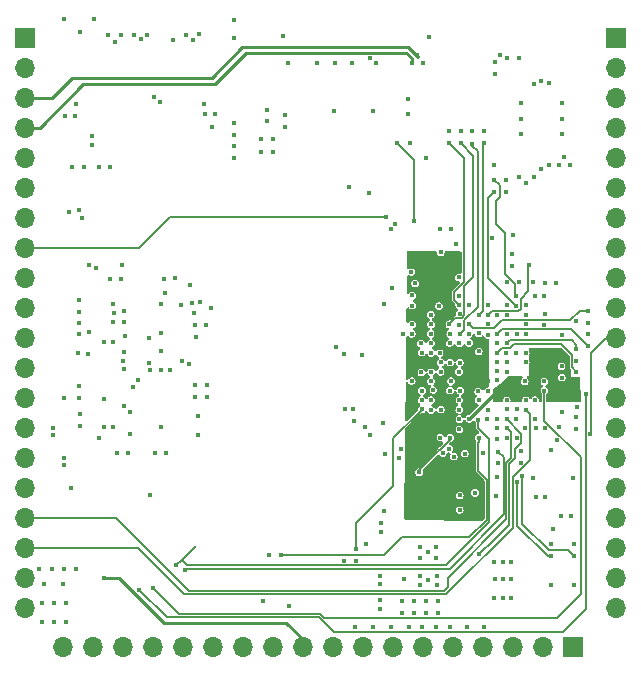
<source format=gbr>
%TF.GenerationSoftware,KiCad,Pcbnew,(7.0.0)*%
%TF.CreationDate,2023-03-20T12:13:36+05:30*%
%TF.ProjectId,IMRT1160_DB,494d5254-3131-4363-905f-44422e6b6963,rev?*%
%TF.SameCoordinates,Original*%
%TF.FileFunction,Copper,L3,Inr*%
%TF.FilePolarity,Positive*%
%FSLAX46Y46*%
G04 Gerber Fmt 4.6, Leading zero omitted, Abs format (unit mm)*
G04 Created by KiCad (PCBNEW (7.0.0)) date 2023-03-20 12:13:36*
%MOMM*%
%LPD*%
G01*
G04 APERTURE LIST*
%TA.AperFunction,ComponentPad*%
%ADD10R,1.700000X1.700000*%
%TD*%
%TA.AperFunction,ComponentPad*%
%ADD11O,1.700000X1.700000*%
%TD*%
%TA.AperFunction,ViaPad*%
%ADD12C,0.450000*%
%TD*%
%TA.AperFunction,Conductor*%
%ADD13C,0.127000*%
%TD*%
%TA.AperFunction,Conductor*%
%ADD14C,0.250000*%
%TD*%
G04 APERTURE END LIST*
D10*
%TO.N,GND*%
%TO.C,J5*%
X164624999Y-76679999D03*
D11*
%TO.N,USB_VBUS*%
X164624999Y-79219999D03*
%TO.N,USB_DP*%
X164624999Y-81759999D03*
%TO.N,USB_DN*%
X164624999Y-84299999D03*
%TO.N,GND*%
X164624999Y-86839999D03*
%TO.N,UART_RX*%
X164624999Y-89379999D03*
%TO.N,UART_TX*%
X164624999Y-91919999D03*
%TO.N,PUMP*%
X164624999Y-94459999D03*
%TO.N,BUCK_5V_EN*%
X164624999Y-96999999D03*
%TO.N,BTN_SERVICE*%
X164624999Y-99539999D03*
%TO.N,IC_PUMP*%
X164624999Y-102079999D03*
%TO.N,BUZZER*%
X164624999Y-104619999D03*
%TO.N,DEVICE_ON*%
X164624999Y-107159999D03*
%TO.N,LCD_BKLT*%
X164624999Y-109699999D03*
%TO.N,P2SENSE*%
X164624999Y-112239999D03*
%TO.N,P1SENSE*%
X164624999Y-114779999D03*
%TO.N,DCDC_IN*%
X164624999Y-117319999D03*
%TO.N,GND*%
X164624999Y-119859999D03*
%TO.N,unconnected-(J5-Pin_19-Pad19)*%
X164624999Y-122399999D03*
%TO.N,GND*%
X164624999Y-124939999D03*
%TD*%
D10*
%TO.N,DCDC_IN*%
%TO.C,J4*%
X114649999Y-76674999D03*
D11*
%TO.N,GND*%
X114649999Y-79214999D03*
%TO.N,LED_A*%
X114649999Y-81754999D03*
%TO.N,LED_K*%
X114649999Y-84294999D03*
%TO.N,GND*%
X114649999Y-86834999D03*
%TO.N,SWDIO*%
X114649999Y-89374999D03*
%TO.N,SWCLK*%
X114649999Y-91914999D03*
%TO.N,CHRG_LED*%
X114649999Y-94454999D03*
%TO.N,PVALVE3*%
X114649999Y-96994999D03*
%TO.N,PVALVE1*%
X114649999Y-99534999D03*
%TO.N,BTN_DOWN*%
X114649999Y-102074999D03*
%TO.N,BTN_DEC*%
X114649999Y-104614999D03*
%TO.N,BTN_UP*%
X114649999Y-107154999D03*
%TO.N,I2C1_SCL*%
X114649999Y-109694999D03*
%TO.N,I2C1_SDA*%
X114649999Y-112234999D03*
%TO.N,BTN_START*%
X114649999Y-114774999D03*
%TO.N,BTN_MODE*%
X114649999Y-117314999D03*
%TO.N,BTN_INC*%
X114649999Y-119854999D03*
%TO.N,DCDC_IN*%
X114649999Y-122394999D03*
%TO.N,GND*%
X114649999Y-124934999D03*
%TD*%
D10*
%TO.N,GND*%
%TO.C,J3*%
X161024999Y-128249999D03*
D11*
%TO.N,DCDC_IN*%
X158484999Y-128249999D03*
%TO.N,GND*%
X155944999Y-128249999D03*
%TO.N,5V*%
X153404999Y-128249999D03*
X150864999Y-128249999D03*
X148324999Y-128249999D03*
X145784999Y-128249999D03*
X143244999Y-128249999D03*
%TO.N,GND*%
X140704999Y-128249999D03*
%TO.N,NRST*%
X138164999Y-128249999D03*
%TO.N,PVALVE2*%
X135624999Y-128249999D03*
%TO.N,I2C2_SDA*%
X133084999Y-128249999D03*
%TO.N,I2C2_SCL*%
X130544999Y-128249999D03*
%TO.N,CAPSENSE*%
X128004999Y-128249999D03*
%TO.N,CHRG_OK*%
X125464999Y-128249999D03*
%TO.N,GND*%
X122924999Y-128249999D03*
%TO.N,DCDC_IN*%
X120384999Y-128249999D03*
%TO.N,GND*%
X117844999Y-128249999D03*
%TD*%
D12*
%TO.N,VDD_SOC*%
X151425000Y-114450000D03*
X151385000Y-103345000D03*
X152985000Y-105765000D03*
X152185000Y-103345000D03*
X151075000Y-95700000D03*
X153007954Y-104941592D03*
X153010000Y-104145000D03*
X152260000Y-104145000D03*
X153810000Y-105745000D03*
X152650000Y-113575000D03*
X151350000Y-105750000D03*
X152200000Y-104975000D03*
X152975000Y-116650000D03*
%TO.N,GND*%
X149010000Y-108195000D03*
X116025000Y-126100000D03*
X117075000Y-124500000D03*
X154525000Y-115475000D03*
X155340000Y-89700000D03*
X155340000Y-88700000D03*
X155850000Y-95000000D03*
X127125000Y-76825000D03*
X148975000Y-100125000D03*
X130725000Y-83150000D03*
X129850000Y-83150000D03*
X144712500Y-125000000D03*
X118875000Y-83337500D03*
X156600000Y-83525000D03*
X124450000Y-76800000D03*
X157650000Y-113975000D03*
X153009999Y-106613516D03*
X157850000Y-115575000D03*
X160100000Y-84825000D03*
X149825000Y-94825000D03*
X151410000Y-109813515D03*
X134582000Y-85272000D03*
X150681340Y-105742675D03*
X153025000Y-107345000D03*
X129035000Y-100984011D03*
X123750000Y-106200000D03*
X128725000Y-99150000D03*
X122085000Y-99220000D03*
X129035000Y-106070000D03*
X125550000Y-81650000D03*
X116025000Y-124500000D03*
X141650000Y-120950000D03*
X148350000Y-78825000D03*
X120325000Y-85025000D03*
X151075000Y-94175000D03*
X159150000Y-111550000D03*
X158675000Y-97400000D03*
X126360000Y-97059520D03*
X125175000Y-104775000D03*
X159793978Y-87473000D03*
X119275000Y-76225000D03*
X154550000Y-104150000D03*
X155410000Y-97350000D03*
X156625000Y-112650000D03*
X144100000Y-82900000D03*
X161300000Y-108820000D03*
X160025000Y-117175000D03*
X157870000Y-109750000D03*
X148850000Y-76575000D03*
X155455000Y-78375000D03*
X159125000Y-123025000D03*
X123475000Y-108375000D03*
X121825000Y-87575000D03*
X139350000Y-78775000D03*
X158350000Y-80325000D03*
X136850000Y-78800000D03*
X160125000Y-82225000D03*
X129800000Y-82275000D03*
X156650000Y-84825000D03*
X153750000Y-108950000D03*
X161325000Y-107895000D03*
X136475000Y-76550000D03*
X160125000Y-83550000D03*
X151425000Y-115400000D03*
X119210000Y-101745000D03*
X145689931Y-97883000D03*
X162275000Y-100800000D03*
X149432500Y-120692500D03*
X151400000Y-98500000D03*
X156941486Y-105745000D03*
X116975000Y-110275000D03*
X154560000Y-102545000D03*
X151850000Y-111875000D03*
X153810000Y-100895000D03*
X140825000Y-82900000D03*
X148092500Y-120702500D03*
X150725000Y-92875000D03*
X125635000Y-111820000D03*
X160825000Y-117175000D03*
X152500000Y-84600000D03*
X159325000Y-118300000D03*
X122070061Y-109634220D03*
X158625000Y-115575000D03*
X143850000Y-78400000D03*
X151500000Y-84600000D03*
X122225000Y-77000000D03*
X118950000Y-82250000D03*
X126103484Y-101668645D03*
X129310000Y-108720000D03*
X118625000Y-87575000D03*
X146425000Y-111475000D03*
X158613628Y-100080815D03*
X151350000Y-96950000D03*
X148244900Y-106554900D03*
X160243978Y-86798000D03*
X154800000Y-78125000D03*
X148042500Y-119782500D03*
X128875000Y-76825000D03*
X157010001Y-99276484D03*
X118050000Y-83325000D03*
X142350000Y-78825000D03*
X156260000Y-108145000D03*
X151478514Y-106545000D03*
X141600000Y-103475000D03*
X130475000Y-84200000D03*
X120425000Y-75075000D03*
X117950000Y-75075000D03*
X151410000Y-102545000D03*
X154578559Y-105634381D03*
X162300000Y-101750000D03*
X153035000Y-103220000D03*
X153840096Y-99309766D03*
X160100000Y-108350000D03*
X160743978Y-87473000D03*
X132300000Y-75150000D03*
X154609999Y-110613515D03*
X161000000Y-113975000D03*
X140850000Y-78775000D03*
X119235000Y-98870000D03*
X157020000Y-103350000D03*
X152210000Y-102495000D03*
X119210000Y-107150000D03*
X121785000Y-97070000D03*
X153810000Y-106613514D03*
X153505750Y-84605750D03*
X144712500Y-122275000D03*
X151435000Y-104170000D03*
X144712500Y-124300000D03*
X154600000Y-104900000D03*
X155410001Y-99276484D03*
X154450000Y-78750000D03*
X122410000Y-111795000D03*
X152210000Y-99276486D03*
X119262500Y-109547500D03*
X150500000Y-84600000D03*
X156625000Y-82200000D03*
X118100000Y-126100000D03*
X156260000Y-101745000D03*
X151360000Y-104945000D03*
X157075000Y-89000000D03*
X149452500Y-119812500D03*
X148210000Y-103332000D03*
X151434568Y-100044375D03*
X130035000Y-106070000D03*
X152725000Y-115200000D03*
X161125000Y-123025000D03*
X148762500Y-120202500D03*
X151425000Y-116650000D03*
X158325000Y-87825000D03*
X156258000Y-110550000D03*
X119170000Y-91250000D03*
X118100000Y-124500000D03*
X154675000Y-112700000D03*
X117075000Y-126100000D03*
X117900000Y-112825000D03*
X144712500Y-122950000D03*
%TO.N,Net-(U1A-DCDC_PSWITCH)*%
X142667431Y-119932569D03*
X148200000Y-108140000D03*
%TO.N,/MCU_POWER/VDD_SNVS_DIG*%
X156985000Y-109720000D03*
%TO.N,DCDC_1V8*%
X154625000Y-106575000D03*
X157830000Y-105750000D03*
X160150000Y-103500000D03*
X152250000Y-108925000D03*
X153425000Y-111822000D03*
X150610000Y-106550000D03*
X161300000Y-106870000D03*
X161300000Y-105960000D03*
X157948591Y-103296059D03*
X151410000Y-107345000D03*
%TO.N,VDD_1P0*%
X153810482Y-108212933D03*
X153808176Y-101815727D03*
%TO.N,Net-(U1A-VDDA_ADC_3P3)*%
X155460000Y-104945000D03*
%TO.N,Net-(U1A-VDD_MIPI_1P8)*%
X153025000Y-101700000D03*
X161300000Y-104950000D03*
X154600000Y-103350000D03*
%TO.N,Net-(U1A-VDD_USB_3P3)*%
X161300000Y-103000000D03*
X155400000Y-102550000D03*
%TO.N,DCDC_IN*%
X161300000Y-104000000D03*
X129310000Y-110270000D03*
X155405000Y-110545000D03*
X115850000Y-121625000D03*
X155775000Y-124075000D03*
X149472500Y-123002500D03*
X126149500Y-109620000D03*
X149770000Y-92900000D03*
X161100000Y-119550000D03*
X119210000Y-106190000D03*
X132325000Y-85825000D03*
X154365000Y-124075000D03*
X135275000Y-120475000D03*
X155085000Y-122535000D03*
X161300000Y-109795000D03*
X159150000Y-119525000D03*
X135650000Y-85275000D03*
X155400000Y-100180000D03*
X160075000Y-105450000D03*
X116262500Y-122925000D03*
X154375000Y-87425000D03*
X154550000Y-113900000D03*
X119235000Y-100795000D03*
X142650000Y-120975000D03*
X155785000Y-121085000D03*
X130035000Y-107075000D03*
X119600000Y-87575000D03*
X154375000Y-121085000D03*
X154450000Y-79705000D03*
X155795000Y-122535000D03*
X147200000Y-85600000D03*
X151410000Y-108970000D03*
X122760000Y-97070000D03*
X129035000Y-107070000D03*
X156455000Y-78375000D03*
X151400000Y-100980000D03*
X155410000Y-101745000D03*
X148102500Y-122222500D03*
X147015000Y-81850000D03*
X144375000Y-78825000D03*
X154385000Y-122535000D03*
X132350000Y-84875000D03*
X150575000Y-102525000D03*
X116891666Y-121625000D03*
X155065000Y-124075000D03*
X124950000Y-76425000D03*
X119210000Y-99850000D03*
X136650000Y-83225000D03*
X117825000Y-122925000D03*
X126585000Y-111820000D03*
X149830000Y-108150000D03*
X157000000Y-100180000D03*
X123365000Y-111795000D03*
X149472500Y-122222500D03*
X148775000Y-122600000D03*
X120900000Y-87575000D03*
X154610000Y-109745000D03*
X155358944Y-103360135D03*
X118975000Y-121625000D03*
X117933332Y-121625000D03*
X123060000Y-101942480D03*
X148102500Y-122972500D03*
X150610000Y-104170000D03*
X126149500Y-99225000D03*
X155405000Y-107350000D03*
X146722500Y-122522500D03*
X129060000Y-101970000D03*
X135125000Y-82750000D03*
X147015000Y-83125000D03*
X119260000Y-108570000D03*
X155075000Y-121085000D03*
X132325000Y-76700000D03*
X149207333Y-106500764D03*
X127360000Y-97045000D03*
%TO.N,LED_A*%
X147850000Y-78175000D03*
%TO.N,LED_K*%
X147350000Y-78775000D03*
%TO.N,LCD_RST*%
X146150000Y-85575000D03*
X147525000Y-92150000D03*
%TO.N,SD_2*%
X121675000Y-76475000D03*
X132325000Y-86850000D03*
X148600000Y-86850000D03*
%TO.N,SD_3*%
X135625000Y-86325000D03*
X134575000Y-86325000D03*
X122775000Y-76475000D03*
X155932713Y-93367287D03*
%TO.N,SD_CMD*%
X158595213Y-98545213D03*
X132350000Y-83850000D03*
X123880000Y-76410000D03*
%TO.N,SD_CLK*%
X157000000Y-100950000D03*
X126045213Y-82079787D03*
%TO.N,SD_0*%
X128250000Y-76450000D03*
X157800000Y-98525000D03*
X136650000Y-84250000D03*
%TO.N,SD_1*%
X159597000Y-97475000D03*
X135125000Y-83750000D03*
X129360000Y-76360000D03*
%TO.N,SDL_CD*%
X120275000Y-85775000D03*
X158600000Y-105750000D03*
%TO.N,QSPI_CS*%
X160074992Y-101849992D03*
X156445000Y-88500000D03*
%TO.N,A1*%
X145650000Y-92900000D03*
X142025000Y-89350000D03*
%TO.N,A0*%
X147656839Y-97468161D03*
X123035011Y-104732000D03*
%TO.N,Net-(U1A-VDD_LPSR_DIG)*%
X154610000Y-108950000D03*
%TO.N,Net-(U1A-VDD_LPSR_ANA)*%
X155405000Y-108145000D03*
%TO.N,Net-(U1A-VDD_USB_1P8)*%
X160050000Y-104500000D03*
X155440000Y-104145000D03*
%TO.N,A8*%
X127910000Y-104034531D03*
X147409780Y-99348979D03*
%TO.N,A9*%
X147420421Y-98494224D03*
X125110000Y-104196011D03*
%TO.N,Net-(U1C-GPIO_DISP_B1_08)*%
X157625000Y-97375000D03*
%TO.N,Net-(U1C-GPIO_DISP_B1_09)*%
X154330000Y-89700000D03*
X156172000Y-99345001D03*
%TO.N,Net-(U1C-GPIO_DISP_B1_10)*%
X156200000Y-98550000D03*
X154330000Y-88700000D03*
%TO.N,Net-(U1C-GPIO_DISP_B1_11)*%
X156435000Y-97350000D03*
%TO.N,A11*%
X145950000Y-92400000D03*
X143750000Y-89800000D03*
%TO.N,A3*%
X124185000Y-105645000D03*
X149675931Y-99391276D03*
%TO.N,Net-(U1C-GPIO_DISP_B1_06)*%
X153810001Y-100122000D03*
X157278000Y-95903500D03*
%TO.N,Net-(U1C-GPIO_DISP_B1_07)*%
X154610000Y-101750000D03*
X162275000Y-102772000D03*
%TO.N,Net-(U1C-GPIO_DISP_B2_04)*%
X150500000Y-85600000D03*
X151400000Y-99300000D03*
%TO.N,Net-(U1C-GPIO_DISP_B2_05)*%
X153505750Y-85605750D03*
X153078514Y-100145000D03*
%TO.N,Net-(U1C-GPIO_DISP_B2_00)*%
X151450000Y-101750000D03*
X152478000Y-85660000D03*
%TO.N,Net-(U1C-GPIO_DISP_B2_01)*%
X155850000Y-96010000D03*
X152200000Y-101725000D03*
%TO.N,A7*%
X145057799Y-99256989D03*
X128535000Y-104307000D03*
%TO.N,A4*%
X149010791Y-100944808D03*
X126910000Y-104795000D03*
%TO.N,Net-(U1C-GPIO_DISP_B2_02)*%
X152200000Y-100950000D03*
X162250000Y-99775000D03*
%TO.N,Net-(U1C-GPIO_DISP_B2_03)*%
X151500000Y-85600000D03*
X150558500Y-100930265D03*
%TO.N,Net-(U1G-ONOFF)*%
X153039500Y-110545000D03*
X136285000Y-120450000D03*
%TO.N,DQ11*%
X128635000Y-97620000D03*
X127835000Y-99308001D03*
%TO.N,DQ8*%
X140973141Y-102831859D03*
X147359673Y-101739287D03*
%TO.N,DQ3*%
X147344132Y-96504840D03*
X122135000Y-99995000D03*
%TO.N,SDWE*%
X148964466Y-101724785D03*
X121280595Y-102444328D03*
%TO.N,SDCS*%
X150639449Y-101729538D03*
X119085000Y-103395000D03*
%TO.N,DQ1*%
X123035011Y-99795000D03*
X146624411Y-101784411D03*
%TO.N,DQ0*%
X147410011Y-100937583D03*
X122862344Y-95949989D03*
%TO.N,DQ5*%
X143185000Y-103570000D03*
X148153511Y-102548640D03*
X129935000Y-100970000D03*
X122110352Y-100764602D03*
%TO.N,QSPI_IO_3*%
X157750000Y-80575000D03*
X161250000Y-100675000D03*
%TO.N,BA0*%
X130385000Y-99520000D03*
X122910000Y-104020000D03*
%TO.N,DQ2*%
X149000000Y-102525000D03*
X120671170Y-96159239D03*
%TO.N,SDCKE*%
X149010000Y-103345000D03*
X126110001Y-104764194D03*
%TO.N,QSPI_CLK*%
X158975000Y-80525000D03*
X157050000Y-101750000D03*
%TO.N,DQ15*%
X128935000Y-100008000D03*
X126513713Y-98286737D03*
%TO.N,BA1*%
X125163534Y-102077675D03*
X122097332Y-102461613D03*
%TO.N,DQ7*%
X129435000Y-99032000D03*
X123035011Y-100770000D03*
%TO.N,DQ6*%
X149827613Y-104162109D03*
X120010000Y-101620000D03*
%TO.N,DQ4*%
X149725500Y-103361781D03*
X120080069Y-95890069D03*
%TO.N,QSPI_IO_2*%
X158985000Y-87474300D03*
X156200000Y-103350000D03*
%TO.N,QSPI_IO_1*%
X157725000Y-88475000D03*
X157011965Y-104137672D03*
%TO.N,SDRAS*%
X149035000Y-104970000D03*
X119955681Y-103487866D03*
%TO.N,SDCAS*%
X123035011Y-103245000D03*
X126110000Y-103220000D03*
%TO.N,DQ16*%
X147370415Y-105742904D03*
X121310000Y-107220000D03*
%TO.N,DQ18*%
X148189785Y-105008000D03*
X123043489Y-107878473D03*
%TO.N,DQ17*%
X149010000Y-105745000D03*
X144798000Y-118497853D03*
%TO.N,DQ28*%
X142385000Y-108128844D03*
X149810000Y-104945000D03*
%TO.N,DQ26*%
X148997510Y-107346471D03*
X143377920Y-109645000D03*
%TO.N,UART_RX*%
X157825000Y-107350000D03*
%TO.N,DQ20*%
X142444855Y-109104855D03*
X123485000Y-110220000D03*
%TO.N,DQ23*%
X146300000Y-112250000D03*
X144798000Y-117757569D03*
%TO.N,DQ29*%
X148210452Y-107346460D03*
X141735498Y-108128833D03*
%TO.N,UART_TX*%
X157010000Y-107340000D03*
%TO.N,DQ21*%
X143865920Y-110270000D03*
X120910000Y-110595000D03*
%TO.N,DQM2*%
X143475000Y-119538000D03*
X144922276Y-109282276D03*
%TO.N,GPIO_LPSR_02*%
X159175000Y-120560000D03*
X156297000Y-114300000D03*
%TO.N,DQ19*%
X125200000Y-115350000D03*
X121310000Y-109620000D03*
%TO.N,DQ22*%
X145063000Y-111940000D03*
X145025000Y-116750000D03*
%TO.N,GPIO_LPSR_03*%
X156672000Y-113800000D03*
X161100000Y-120560000D03*
%TO.N,USB_VBUS*%
X158600000Y-100955000D03*
%TO.N,SWDIO*%
X150524338Y-111450664D03*
X118360000Y-91430000D03*
%TO.N,SWCLK*%
X119460000Y-91925011D03*
X149800000Y-110525000D03*
%TO.N,CHRG_LED*%
X145200000Y-91878000D03*
%TO.N,PVALVE3*%
X154200000Y-93640000D03*
%TO.N,PVALVE1*%
X154620000Y-100179500D03*
%TO.N,BTN_DOWN*%
X158600000Y-106550000D03*
X125500000Y-123300000D03*
%TO.N,BTN_DEC*%
X162121500Y-106800500D03*
X124300000Y-123400000D03*
%TO.N,BTN_UP*%
X117950000Y-107150000D03*
X150000000Y-111828664D03*
%TO.N,I2C1_SCL*%
X117000000Y-109700000D03*
X151400000Y-108150000D03*
%TO.N,I2C1_SDA*%
X117900000Y-112250000D03*
X150600000Y-110550000D03*
X147990000Y-113453000D03*
%TO.N,BTN_START*%
X150924787Y-112134787D03*
X118500000Y-114800000D03*
%TO.N,BTN_MODE*%
X155400000Y-109700000D03*
%TO.N,BTN_INC*%
X157050000Y-108150000D03*
%TO.N,5V*%
X146550000Y-124350000D03*
X149425000Y-126550000D03*
X148275000Y-126525000D03*
X148550000Y-124350000D03*
X147550000Y-124350000D03*
X153525000Y-126550000D03*
X145650000Y-126550000D03*
X152075000Y-126550000D03*
X149550000Y-125350000D03*
X142575000Y-126525000D03*
X146550000Y-125350000D03*
X150625000Y-126550000D03*
X144112500Y-126525000D03*
X149550000Y-124350000D03*
X147550000Y-125350000D03*
X148550000Y-125350000D03*
X147100000Y-126550000D03*
%TO.N,NRST*%
X121350000Y-122425000D03*
%TO.N,PVALVE2*%
X155400000Y-108950000D03*
X153100000Y-120400000D03*
%TO.N,I2C2_SDA*%
X158650000Y-109750000D03*
%TO.N,I2C2_SCL*%
X157789541Y-108960321D03*
%TO.N,CAPSENSE*%
X137000000Y-124800000D03*
X159800000Y-109600000D03*
%TO.N,CHRG_OK*%
X134750000Y-124375000D03*
X159650000Y-110750000D03*
%TO.N,IC_PUMP*%
X162500000Y-110250000D03*
%TO.N,PUMP*%
X156200000Y-108950000D03*
%TO.N,POR_B*%
X127425000Y-121350000D03*
X153000000Y-109000000D03*
%TO.N,VDD_SNVS_ANA*%
X154700000Y-111725000D03*
X156605000Y-111695000D03*
X128200000Y-121731011D03*
%TD*%
D13*
%TO.N,Net-(U1A-DCDC_PSWITCH)*%
X142667431Y-119932569D02*
X142650000Y-119915138D01*
X148200000Y-108140000D02*
X148200000Y-108150000D01*
X145800000Y-114650000D02*
X142667431Y-117782569D01*
X145800000Y-110550000D02*
X145800000Y-114650000D01*
X148200000Y-108150000D02*
X145800000Y-110550000D01*
X142667431Y-117782569D02*
X142667431Y-119982569D01*
D14*
%TO.N,DCDC_1V8*%
X154225000Y-106950000D02*
X154600000Y-106575000D01*
X152250000Y-108925000D02*
X154225000Y-106950000D01*
X154225000Y-106950000D02*
X154950000Y-106950000D01*
X151410000Y-107345000D02*
X151410000Y-107360000D01*
X154600000Y-106575000D02*
X154625000Y-106575000D01*
D13*
%TO.N,Net-(U1A-VDD_MIPI_1P8)*%
X155700000Y-102928500D02*
X155021500Y-102928500D01*
X161300000Y-104950000D02*
X160921500Y-104571500D01*
X156028500Y-102600000D02*
X155700000Y-102928500D01*
X160921500Y-103521500D02*
X160000000Y-102600000D01*
X160921500Y-104571500D02*
X160921500Y-103521500D01*
X155021500Y-102928500D02*
X154600000Y-103350000D01*
X160000000Y-102600000D02*
X156028500Y-102600000D01*
%TO.N,Net-(U1A-VDD_USB_3P3)*%
X161300000Y-102700000D02*
X160900000Y-102300000D01*
X155650000Y-102300000D02*
X155400000Y-102550000D01*
X161300000Y-103000000D02*
X161300000Y-102700000D01*
X160900000Y-102300000D02*
X155650000Y-102300000D01*
D14*
%TO.N,LED_A*%
X130425000Y-80050000D02*
X118589366Y-80050000D01*
X133025000Y-77450000D02*
X130425000Y-80050000D01*
X116884366Y-81755000D02*
X114824520Y-81755000D01*
X147850000Y-78175000D02*
X147875000Y-78275000D01*
X118589366Y-80050000D02*
X116884366Y-81755000D01*
X147050000Y-77450000D02*
X133025000Y-77450000D01*
X147875000Y-78275000D02*
X147050000Y-77450000D01*
%TO.N,LED_K*%
X130675000Y-80575000D02*
X119575000Y-80575000D01*
X133325000Y-77925000D02*
X130675000Y-80575000D01*
X115855000Y-84295000D02*
X114824520Y-84295000D01*
X147350000Y-78775000D02*
X147350000Y-78425000D01*
X146850000Y-77925000D02*
X133325000Y-77925000D01*
X147350000Y-78425000D02*
X146850000Y-77925000D01*
X119575000Y-80575000D02*
X115855000Y-84295000D01*
D13*
%TO.N,LCD_RST*%
X147525000Y-92150000D02*
X147525000Y-87000000D01*
X147525000Y-87000000D02*
X146125000Y-85600000D01*
%TO.N,Net-(U1C-GPIO_DISP_B1_09)*%
X154671500Y-97850000D02*
X153821500Y-97000000D01*
X153821500Y-97000000D02*
X153821500Y-90208500D01*
X154676999Y-97850000D02*
X154671500Y-97850000D01*
X156172000Y-99345001D02*
X154676999Y-97850000D01*
X153821500Y-90208500D02*
X154330000Y-89700000D01*
%TO.N,Net-(U1C-GPIO_DISP_B1_10)*%
X154486780Y-92456634D02*
X154486780Y-90463220D01*
X154800000Y-89170000D02*
X154330000Y-88700000D01*
X156200000Y-98550000D02*
X156074720Y-98424720D01*
X154800000Y-90150000D02*
X154800000Y-89170000D01*
X156074720Y-98424720D02*
X156074720Y-97479440D01*
X156074720Y-97479440D02*
X155250000Y-96654720D01*
X154486780Y-90463220D02*
X154800000Y-90150000D01*
X155250000Y-96654720D02*
X155250000Y-93219854D01*
X155250000Y-93219854D02*
X154486780Y-92456634D01*
%TO.N,Net-(U1C-GPIO_DISP_B1_06)*%
X154130501Y-99801500D02*
X156401500Y-99801500D01*
X153810001Y-100122000D02*
X154130501Y-99801500D01*
X156401500Y-99801500D02*
X156600000Y-99603000D01*
X157246500Y-98103500D02*
X157246500Y-95935000D01*
X156600000Y-98750000D02*
X157246500Y-98103500D01*
X157246500Y-95935000D02*
X157278000Y-95903500D01*
X156600000Y-99603000D02*
X156600000Y-98750000D01*
%TO.N,Net-(U1C-GPIO_DISP_B1_07)*%
X154610000Y-101750000D02*
X154993500Y-101366500D01*
X160866500Y-101366500D02*
X161750000Y-102250000D01*
X161750000Y-102250000D02*
X161753000Y-102250000D01*
X161753000Y-102250000D02*
X162275000Y-102772000D01*
X154993500Y-101366500D02*
X160866500Y-101366500D01*
%TO.N,Net-(U1C-GPIO_DISP_B2_04)*%
X150950000Y-98850000D02*
X151400000Y-99300000D01*
X151778500Y-97371500D02*
X150950000Y-98200000D01*
X150950000Y-98200000D02*
X150950000Y-98850000D01*
X151778500Y-86878500D02*
X151778500Y-97371500D01*
X150500000Y-85600000D02*
X151778500Y-86878500D01*
%TO.N,Net-(U1C-GPIO_DISP_B2_05)*%
X153078514Y-100145000D02*
X153400000Y-99823514D01*
X153400000Y-85711500D02*
X153505750Y-85605750D01*
X153400000Y-99823514D02*
X153400000Y-85711500D01*
%TO.N,Net-(U1C-GPIO_DISP_B2_00)*%
X151796147Y-100610737D02*
X151796147Y-101403853D01*
X152950000Y-99456884D02*
X152950000Y-86300000D01*
X151796147Y-101403853D02*
X151450000Y-101750000D01*
X152950000Y-86300000D02*
X152478000Y-85828000D01*
X152478000Y-85660000D02*
X152421500Y-85716500D01*
X152478000Y-85828000D02*
X152478000Y-85660000D01*
X151796147Y-100610737D02*
X152950000Y-99456884D01*
%TO.N,Net-(U1C-GPIO_DISP_B2_02)*%
X152200000Y-100950000D02*
X152523500Y-101273500D01*
X161575000Y-99775000D02*
X162250000Y-99775000D01*
X152523500Y-101273500D02*
X154326500Y-101273500D01*
X154326500Y-101273500D02*
X155028500Y-100571500D01*
X155028500Y-100571500D02*
X160778500Y-100571500D01*
X160778500Y-100571500D02*
X161575000Y-99775000D01*
%TO.N,Net-(U1C-GPIO_DISP_B2_03)*%
X151591348Y-100422875D02*
X151831500Y-100182723D01*
X151831500Y-97668500D02*
X152588500Y-96911500D01*
X152588500Y-96911500D02*
X152588500Y-86688500D01*
X151831500Y-100182723D02*
X151831500Y-97668500D01*
X151065890Y-100422875D02*
X151591348Y-100422875D01*
X152588500Y-86688500D02*
X151500000Y-85600000D01*
X150558500Y-100930265D02*
X151065890Y-100422875D01*
%TO.N,Net-(U1G-ONOFF)*%
X153039500Y-110904220D02*
X152946500Y-110997220D01*
X152244000Y-118950000D02*
X146550000Y-118950000D01*
X146550000Y-118950000D02*
X145000000Y-120500000D01*
X152946500Y-113336220D02*
X153700000Y-114089720D01*
X153039500Y-110545000D02*
X153039500Y-110904220D01*
X145000000Y-120500000D02*
X136335000Y-120500000D01*
X136335000Y-120500000D02*
X136285000Y-120450000D01*
X152946500Y-110997220D02*
X152946500Y-113336220D01*
X153700000Y-117494000D02*
X152244000Y-118950000D01*
X153700000Y-114089720D02*
X153700000Y-117494000D01*
%TO.N,GPIO_LPSR_02*%
X158885000Y-120560000D02*
X159175000Y-120560000D01*
X156297000Y-114300000D02*
X156300000Y-114303000D01*
X156300000Y-117975000D02*
X158885000Y-120560000D01*
X156300000Y-114303000D02*
X156300000Y-117975000D01*
%TO.N,GPIO_LPSR_03*%
X156672000Y-113800000D02*
X156675000Y-113803000D01*
X158950000Y-120075000D02*
X160615000Y-120075000D01*
X160615000Y-120075000D02*
X161100000Y-120560000D01*
X156675000Y-113803000D02*
X156675000Y-117800000D01*
X156675000Y-117800000D02*
X158950000Y-120075000D01*
X161100000Y-120535000D02*
X161100000Y-120560000D01*
%TO.N,SWCLK*%
X114915000Y-91650000D02*
X114824520Y-91740480D01*
X114824520Y-91740480D02*
X114824520Y-91915000D01*
X114799520Y-91765480D02*
X114915000Y-91650000D01*
X114799520Y-91875000D02*
X114799520Y-91765480D01*
X114799520Y-91875000D02*
X114799520Y-91915000D01*
X115140000Y-91875000D02*
X114915000Y-91650000D01*
%TO.N,CHRG_LED*%
X145197000Y-91875000D02*
X126875000Y-91875000D01*
X124295000Y-94455000D02*
X114763020Y-94455000D01*
X145200000Y-91878000D02*
X145197000Y-91875000D01*
X126875000Y-91875000D02*
X124295000Y-94455000D01*
%TO.N,BTN_DOWN*%
X158600000Y-109100000D02*
X161700000Y-112200000D01*
X127700000Y-125500000D02*
X125500000Y-123300000D01*
X161700000Y-112200000D02*
X161700000Y-123800000D01*
X139900000Y-125800000D02*
X139600000Y-125500000D01*
X159700000Y-125800000D02*
X139900000Y-125800000D01*
X158600000Y-106550000D02*
X158600000Y-109100000D01*
X139600000Y-125500000D02*
X127700000Y-125500000D01*
X161700000Y-123800000D02*
X159700000Y-125800000D01*
%TO.N,BTN_DEC*%
X140793116Y-127000000D02*
X139510116Y-125717000D01*
X162121500Y-110406780D02*
X162150000Y-110435280D01*
X160206884Y-127000000D02*
X140793116Y-127000000D01*
X162172000Y-106750000D02*
X162121500Y-106800500D01*
X139510116Y-125717000D02*
X126617000Y-125717000D01*
X162150000Y-110435280D02*
X162150000Y-125056884D01*
X162150000Y-125056884D02*
X160206884Y-127000000D01*
X162121500Y-106800500D02*
X162121500Y-110406780D01*
X126617000Y-125717000D02*
X124300000Y-123400000D01*
%TO.N,I2C1_SCL*%
X114799520Y-109695000D02*
X114820000Y-109695000D01*
%TO.N,I2C1_SDA*%
X149621500Y-111671884D02*
X149843220Y-111450164D01*
X149849836Y-111450164D02*
X150600000Y-110700000D01*
X149621500Y-111678500D02*
X149621500Y-111671884D01*
X147990000Y-113453000D02*
X147990000Y-113310000D01*
X149843220Y-111450164D02*
X149849836Y-111450164D01*
X150600000Y-110700000D02*
X150600000Y-110550000D01*
X147990000Y-113310000D02*
X149621500Y-111678500D01*
%TO.N,BTN_MODE*%
X155375000Y-117425000D02*
X150400000Y-122400000D01*
X122315000Y-117315000D02*
X114763020Y-117315000D01*
X150400000Y-122400000D02*
X150400000Y-123200000D01*
X128500000Y-123500000D02*
X122315000Y-117315000D01*
X155375000Y-112700000D02*
X155375000Y-117425000D01*
X155783011Y-110083011D02*
X155783011Y-112291989D01*
X150400000Y-123200000D02*
X150100000Y-123500000D01*
X150100000Y-123500000D02*
X128500000Y-123500000D01*
X155400000Y-109700000D02*
X155783011Y-110083011D01*
X155783011Y-112291989D02*
X155375000Y-112700000D01*
%TO.N,BTN_INC*%
X124155000Y-119855000D02*
X114763020Y-119855000D01*
X155918500Y-113891780D02*
X155918500Y-118181500D01*
X128100000Y-123800000D02*
X124155000Y-119855000D01*
X150300000Y-123800000D02*
X128100000Y-123800000D01*
X157400000Y-112410280D02*
X155918500Y-113891780D01*
X157400000Y-108500000D02*
X157400000Y-112410280D01*
X157050000Y-108150000D02*
X157400000Y-108500000D01*
X155918500Y-118181500D02*
X150300000Y-123800000D01*
D14*
%TO.N,NRST*%
X122625000Y-122425000D02*
X121350000Y-122425000D01*
X136739511Y-126189511D02*
X126389511Y-126189511D01*
X126389511Y-126189511D02*
X122625000Y-122425000D01*
X138165000Y-128125480D02*
X138165000Y-127615000D01*
X138165000Y-127615000D02*
X136739511Y-126189511D01*
D13*
%TO.N,PVALVE2*%
X154300000Y-119200000D02*
X153100000Y-120400000D01*
X156100000Y-112281884D02*
X155592000Y-112789884D01*
X156636500Y-110186500D02*
X156636500Y-110963500D01*
X155400000Y-108950000D02*
X156636500Y-110186500D01*
X155592000Y-112789884D02*
X155592000Y-117908000D01*
X156636500Y-110963500D02*
X156100000Y-111500000D01*
X156100000Y-111500000D02*
X156100000Y-112281884D01*
X155592000Y-117908000D02*
X154300000Y-119200000D01*
%TO.N,IC_PUMP*%
X162550000Y-110200000D02*
X162550000Y-103350000D01*
X162550000Y-103350000D02*
X163820000Y-102080000D01*
X162500000Y-110250000D02*
X162550000Y-110200000D01*
X163820000Y-102080000D02*
X164496500Y-102080000D01*
%TO.N,POR_B*%
X128353500Y-121353500D02*
X150246500Y-121353500D01*
X153920500Y-110620500D02*
X153920500Y-117679500D01*
X153000000Y-109700000D02*
X153920500Y-110620500D01*
X153920500Y-117679500D02*
X153725000Y-117875000D01*
X150246500Y-121353500D02*
X153725000Y-117875000D01*
X127887500Y-120887500D02*
X128353500Y-121353500D01*
X127887500Y-120887500D02*
X127425000Y-121350000D01*
X153000000Y-109000000D02*
X153000000Y-109700000D01*
X129075000Y-119700000D02*
X127887500Y-120887500D01*
%TO.N,VDD_SNVS_ANA*%
X155158480Y-112183480D02*
X154700000Y-111725000D01*
X150369531Y-121619531D02*
X150375000Y-121625000D01*
X128200000Y-121731011D02*
X128311480Y-121619531D01*
X128311480Y-121619531D02*
X150369531Y-121619531D01*
X150568794Y-121625000D02*
X155158480Y-117035314D01*
X155158480Y-117035314D02*
X155158480Y-112183480D01*
X150375000Y-121625000D02*
X150568794Y-121625000D01*
%TD*%
%TA.AperFunction,Conductor*%
%TO.N,DCDC_1V8*%
G36*
X160114097Y-102959591D02*
G01*
X160154974Y-102986905D01*
X160720595Y-103552526D01*
X160747909Y-103593403D01*
X160757500Y-103641621D01*
X160757500Y-104545147D01*
X160755612Y-104565910D01*
X160755656Y-104566653D01*
X160752900Y-104581698D01*
X160757450Y-104596302D01*
X160757451Y-104596305D01*
X160762319Y-104611927D01*
X160764362Y-104619255D01*
X160771939Y-104649995D01*
X160775399Y-104653901D01*
X160776952Y-104658883D01*
X160784916Y-104666847D01*
X160799325Y-104681256D01*
X160804542Y-104686797D01*
X160818312Y-104702340D01*
X160841812Y-104741214D01*
X160850000Y-104785894D01*
X160850000Y-105400000D01*
X161525474Y-105400000D01*
X161588046Y-105416635D01*
X161634096Y-105462146D01*
X161651464Y-105524517D01*
X161652031Y-105572593D01*
X161673505Y-107397945D01*
X161657193Y-107461447D01*
X161611185Y-107508156D01*
X161547937Y-107525426D01*
X158890423Y-107534350D01*
X158827244Y-107517611D01*
X158780951Y-107471473D01*
X158764000Y-107408351D01*
X158764000Y-106896053D01*
X158775805Y-106842804D01*
X158809008Y-106799532D01*
X158815031Y-106794477D01*
X158853194Y-106762455D01*
X158910588Y-106663045D01*
X158930521Y-106550000D01*
X158910588Y-106436955D01*
X158853194Y-106337545D01*
X158765261Y-106263760D01*
X158754900Y-106259989D01*
X158753395Y-106259120D01*
X158707274Y-106213001D01*
X158690393Y-106150000D01*
X158707274Y-106086999D01*
X158753395Y-106040880D01*
X158754900Y-106040011D01*
X158765261Y-106036240D01*
X158853194Y-105962455D01*
X158910588Y-105863045D01*
X158930521Y-105750000D01*
X158910588Y-105636955D01*
X158853194Y-105537545D01*
X158765261Y-105463760D01*
X158754901Y-105459989D01*
X158754899Y-105459988D01*
X158727457Y-105450000D01*
X159744479Y-105450000D01*
X159746393Y-105460855D01*
X159762497Y-105552188D01*
X159762498Y-105552191D01*
X159764412Y-105563045D01*
X159769923Y-105572590D01*
X159769924Y-105572593D01*
X159813351Y-105647811D01*
X159821806Y-105662455D01*
X159909739Y-105736240D01*
X160017606Y-105775500D01*
X160121367Y-105775500D01*
X160132394Y-105775500D01*
X160240261Y-105736240D01*
X160328194Y-105662455D01*
X160385588Y-105563045D01*
X160405521Y-105450000D01*
X160385588Y-105336955D01*
X160328194Y-105237545D01*
X160240261Y-105163760D01*
X160229901Y-105159989D01*
X160229899Y-105159988D01*
X160142756Y-105128271D01*
X160142753Y-105128270D01*
X160132394Y-105124500D01*
X160017606Y-105124500D01*
X160007246Y-105128270D01*
X160007244Y-105128271D01*
X159920099Y-105159989D01*
X159920096Y-105159990D01*
X159909740Y-105163760D01*
X159901299Y-105170842D01*
X159901295Y-105170845D01*
X159830251Y-105230458D01*
X159830248Y-105230460D01*
X159821806Y-105237545D01*
X159816296Y-105247087D01*
X159816293Y-105247092D01*
X159769924Y-105327406D01*
X159769922Y-105327411D01*
X159764412Y-105336955D01*
X159762498Y-105347806D01*
X159762497Y-105347811D01*
X159754980Y-105390444D01*
X159744479Y-105450000D01*
X158727457Y-105450000D01*
X158667756Y-105428271D01*
X158667753Y-105428270D01*
X158657394Y-105424500D01*
X158542606Y-105424500D01*
X158532246Y-105428270D01*
X158532244Y-105428271D01*
X158445099Y-105459989D01*
X158445096Y-105459990D01*
X158434740Y-105463760D01*
X158426299Y-105470842D01*
X158426295Y-105470845D01*
X158355251Y-105530458D01*
X158355248Y-105530460D01*
X158346806Y-105537545D01*
X158341296Y-105547087D01*
X158341293Y-105547092D01*
X158294924Y-105627406D01*
X158294922Y-105627411D01*
X158289412Y-105636955D01*
X158287498Y-105647806D01*
X158287497Y-105647811D01*
X158273155Y-105729152D01*
X158269479Y-105750000D01*
X158271393Y-105760855D01*
X158287497Y-105852188D01*
X158287498Y-105852191D01*
X158289412Y-105863045D01*
X158294923Y-105872590D01*
X158294924Y-105872593D01*
X158322653Y-105920621D01*
X158346806Y-105962455D01*
X158434739Y-106036240D01*
X158445097Y-106040010D01*
X158446606Y-106040881D01*
X158492725Y-106087000D01*
X158509606Y-106150000D01*
X158492725Y-106213000D01*
X158446606Y-106259119D01*
X158445096Y-106259990D01*
X158434740Y-106263760D01*
X158426298Y-106270842D01*
X158426297Y-106270844D01*
X158355251Y-106330458D01*
X158355248Y-106330460D01*
X158346806Y-106337545D01*
X158341296Y-106347087D01*
X158341293Y-106347092D01*
X158294924Y-106427406D01*
X158294922Y-106427411D01*
X158289412Y-106436955D01*
X158287498Y-106447806D01*
X158287497Y-106447811D01*
X158275781Y-106514260D01*
X158269479Y-106550000D01*
X158271393Y-106560855D01*
X158287497Y-106652188D01*
X158287498Y-106652191D01*
X158289412Y-106663045D01*
X158294923Y-106672590D01*
X158294924Y-106672593D01*
X158341295Y-106752910D01*
X158346806Y-106762455D01*
X158380103Y-106790395D01*
X158390992Y-106799532D01*
X158424195Y-106842804D01*
X158436000Y-106896053D01*
X158436000Y-107410299D01*
X158419189Y-107473178D01*
X158373242Y-107519278D01*
X158310421Y-107536297D01*
X158298837Y-107536336D01*
X158273230Y-107536422D01*
X158219845Y-107524750D01*
X158176423Y-107491574D01*
X158151130Y-107443134D01*
X158148725Y-107388541D01*
X158153607Y-107360857D01*
X158153607Y-107360854D01*
X158155521Y-107350000D01*
X158135588Y-107236955D01*
X158124301Y-107217406D01*
X158083704Y-107147089D01*
X158078194Y-107137545D01*
X157990261Y-107063760D01*
X157979901Y-107059989D01*
X157979899Y-107059988D01*
X157892756Y-107028271D01*
X157892753Y-107028270D01*
X157882394Y-107024500D01*
X157767606Y-107024500D01*
X157757246Y-107028270D01*
X157757244Y-107028271D01*
X157670099Y-107059989D01*
X157670096Y-107059990D01*
X157659740Y-107063760D01*
X157651299Y-107070842D01*
X157651295Y-107070845D01*
X157580251Y-107130458D01*
X157580248Y-107130460D01*
X157571806Y-107137545D01*
X157566296Y-107147088D01*
X157566294Y-107147091D01*
X157529505Y-107210812D01*
X157483385Y-107256931D01*
X157420385Y-107273811D01*
X157357385Y-107256930D01*
X157311267Y-107210811D01*
X157263194Y-107127545D01*
X157192459Y-107068191D01*
X157183707Y-107060847D01*
X157183706Y-107060846D01*
X157175261Y-107053760D01*
X157164901Y-107049989D01*
X157164899Y-107049988D01*
X157077756Y-107018271D01*
X157077753Y-107018270D01*
X157067394Y-107014500D01*
X156952606Y-107014500D01*
X156942246Y-107018270D01*
X156942244Y-107018271D01*
X156855099Y-107049989D01*
X156855096Y-107049990D01*
X156844740Y-107053760D01*
X156836299Y-107060842D01*
X156836295Y-107060845D01*
X156765251Y-107120458D01*
X156765248Y-107120460D01*
X156756806Y-107127545D01*
X156751296Y-107137087D01*
X156751293Y-107137092D01*
X156704924Y-107217406D01*
X156704922Y-107217411D01*
X156699412Y-107226955D01*
X156697498Y-107237806D01*
X156697497Y-107237811D01*
X156681393Y-107329145D01*
X156679479Y-107340000D01*
X156681393Y-107350855D01*
X156681393Y-107350856D01*
X156689049Y-107394278D01*
X156686697Y-107448667D01*
X156661620Y-107496987D01*
X156618500Y-107530217D01*
X156565386Y-107542156D01*
X155851800Y-107544552D01*
X155798415Y-107532881D01*
X155754991Y-107499706D01*
X155729698Y-107451266D01*
X155727291Y-107396673D01*
X155727714Y-107394278D01*
X155735521Y-107350000D01*
X155715588Y-107236955D01*
X155704301Y-107217406D01*
X155663704Y-107147089D01*
X155658194Y-107137545D01*
X155570261Y-107063760D01*
X155559901Y-107059989D01*
X155559899Y-107059988D01*
X155472756Y-107028271D01*
X155472753Y-107028270D01*
X155462394Y-107024500D01*
X155347606Y-107024500D01*
X155337246Y-107028270D01*
X155337244Y-107028271D01*
X155250099Y-107059989D01*
X155250096Y-107059990D01*
X155239740Y-107063760D01*
X155231299Y-107070842D01*
X155231295Y-107070845D01*
X155160251Y-107130458D01*
X155160248Y-107130460D01*
X155151806Y-107137545D01*
X155146296Y-107147087D01*
X155146293Y-107147092D01*
X155099924Y-107227406D01*
X155099922Y-107227411D01*
X155094412Y-107236955D01*
X155092498Y-107247806D01*
X155092497Y-107247811D01*
X155087913Y-107273811D01*
X155074479Y-107350000D01*
X155076393Y-107360854D01*
X155076393Y-107360855D01*
X155083237Y-107399669D01*
X155080885Y-107454058D01*
X155055809Y-107502378D01*
X155012688Y-107535609D01*
X154959574Y-107547548D01*
X154355607Y-107549577D01*
X154292589Y-107532930D01*
X154246321Y-107487020D01*
X154229185Y-107424137D01*
X154225260Y-106534028D01*
X154236925Y-106480523D01*
X154270188Y-106437019D01*
X154837758Y-105959975D01*
X155490307Y-105357054D01*
X155528233Y-105332929D01*
X155572213Y-105323651D01*
X156623313Y-105293619D01*
X156683505Y-105306994D01*
X156730145Y-105347329D01*
X156752061Y-105404964D01*
X156744004Y-105466097D01*
X156707904Y-105516087D01*
X156696739Y-105525455D01*
X156696732Y-105525462D01*
X156688292Y-105532545D01*
X156682782Y-105542087D01*
X156682779Y-105542092D01*
X156636410Y-105622406D01*
X156636408Y-105622411D01*
X156630898Y-105631955D01*
X156628984Y-105642806D01*
X156628983Y-105642811D01*
X156613759Y-105729152D01*
X156610965Y-105745000D01*
X156612879Y-105755855D01*
X156628983Y-105847188D01*
X156628984Y-105847191D01*
X156630898Y-105858045D01*
X156636409Y-105867590D01*
X156636410Y-105867593D01*
X156639297Y-105872593D01*
X156688292Y-105957455D01*
X156776225Y-106031240D01*
X156884092Y-106070500D01*
X156987853Y-106070500D01*
X156998880Y-106070500D01*
X157106747Y-106031240D01*
X157194680Y-105957455D01*
X157252074Y-105858045D01*
X157272007Y-105745000D01*
X157252074Y-105631955D01*
X157194680Y-105532545D01*
X157186238Y-105525461D01*
X157186237Y-105525460D01*
X157154352Y-105498705D01*
X157118790Y-105450050D01*
X157109892Y-105390444D01*
X157129694Y-105333524D01*
X157173666Y-105292312D01*
X157231744Y-105276235D01*
X157275000Y-105275000D01*
X157275000Y-104500000D01*
X159719479Y-104500000D01*
X159721393Y-104510855D01*
X159737497Y-104602188D01*
X159737498Y-104602191D01*
X159739412Y-104613045D01*
X159744923Y-104622590D01*
X159744924Y-104622593D01*
X159754431Y-104639059D01*
X159796806Y-104712455D01*
X159884739Y-104786240D01*
X159992606Y-104825500D01*
X160096367Y-104825500D01*
X160107394Y-104825500D01*
X160215261Y-104786240D01*
X160303194Y-104712455D01*
X160360588Y-104613045D01*
X160380521Y-104500000D01*
X160360588Y-104386955D01*
X160303194Y-104287545D01*
X160215261Y-104213760D01*
X160204901Y-104209989D01*
X160204899Y-104209988D01*
X160117756Y-104178271D01*
X160117753Y-104178270D01*
X160107394Y-104174500D01*
X159992606Y-104174500D01*
X159982246Y-104178270D01*
X159982244Y-104178271D01*
X159895099Y-104209989D01*
X159895096Y-104209990D01*
X159884740Y-104213760D01*
X159876299Y-104220842D01*
X159876295Y-104220845D01*
X159805251Y-104280458D01*
X159805248Y-104280460D01*
X159796806Y-104287545D01*
X159791296Y-104297087D01*
X159791293Y-104297092D01*
X159744924Y-104377406D01*
X159744922Y-104377411D01*
X159739412Y-104386955D01*
X159737498Y-104397806D01*
X159737497Y-104397811D01*
X159723799Y-104475500D01*
X159719479Y-104500000D01*
X157275000Y-104500000D01*
X157275000Y-104366843D01*
X157291881Y-104303843D01*
X157317040Y-104260265D01*
X157322553Y-104250717D01*
X157342486Y-104137672D01*
X157322553Y-104024627D01*
X157291881Y-103971501D01*
X157275000Y-103908501D01*
X157275000Y-103593088D01*
X157291881Y-103530088D01*
X157302727Y-103511302D01*
X157330588Y-103463045D01*
X157350521Y-103350000D01*
X157330588Y-103236955D01*
X157291881Y-103169912D01*
X157275000Y-103106912D01*
X157275000Y-103076000D01*
X157291881Y-103013000D01*
X157338000Y-102966881D01*
X157401000Y-102950000D01*
X160065879Y-102950000D01*
X160114097Y-102959591D01*
G37*
%TD.AperFunction*%
%TD*%
%TA.AperFunction,Conductor*%
%TO.N,VDD_SOC*%
G36*
X149373654Y-94729893D02*
G01*
X149429519Y-94743786D01*
X149473378Y-94781085D01*
X149496066Y-94834001D01*
X149512497Y-94927188D01*
X149512498Y-94927191D01*
X149514412Y-94938045D01*
X149519923Y-94947590D01*
X149519924Y-94947593D01*
X149566295Y-95027910D01*
X149571806Y-95037455D01*
X149659739Y-95111240D01*
X149767606Y-95150500D01*
X149871367Y-95150500D01*
X149882394Y-95150500D01*
X149990261Y-95111240D01*
X150078194Y-95037455D01*
X150135588Y-94938045D01*
X150151825Y-94845958D01*
X150175175Y-94792154D01*
X150220356Y-94754748D01*
X150277571Y-94741852D01*
X151490168Y-94757894D01*
X151552460Y-94775324D01*
X151597896Y-94821365D01*
X151614500Y-94883883D01*
X151614500Y-96519934D01*
X151600263Y-96578114D01*
X151560771Y-96623147D01*
X151504947Y-96644856D01*
X151445409Y-96638336D01*
X151407394Y-96624500D01*
X151292606Y-96624500D01*
X151282246Y-96628270D01*
X151282244Y-96628271D01*
X151195099Y-96659989D01*
X151195096Y-96659990D01*
X151184740Y-96663760D01*
X151176299Y-96670842D01*
X151176295Y-96670845D01*
X151105251Y-96730458D01*
X151105248Y-96730460D01*
X151096806Y-96737545D01*
X151091296Y-96747087D01*
X151091293Y-96747092D01*
X151044924Y-96827406D01*
X151044922Y-96827411D01*
X151039412Y-96836955D01*
X151037498Y-96847806D01*
X151037497Y-96847811D01*
X151032475Y-96876294D01*
X151019479Y-96950000D01*
X151021393Y-96960855D01*
X151037497Y-97052188D01*
X151037498Y-97052191D01*
X151039412Y-97063045D01*
X151044923Y-97072590D01*
X151044924Y-97072593D01*
X151084541Y-97141212D01*
X151096806Y-97162455D01*
X151184739Y-97236240D01*
X151292606Y-97275500D01*
X151303633Y-97275500D01*
X151338378Y-97275500D01*
X151395581Y-97289233D01*
X151440314Y-97327439D01*
X151462827Y-97381789D01*
X151458211Y-97440436D01*
X151427473Y-97490596D01*
X150852668Y-98065399D01*
X150836646Y-98078752D01*
X150836154Y-98079306D01*
X150823571Y-98087993D01*
X150816465Y-98101531D01*
X150816461Y-98101536D01*
X150808855Y-98116028D01*
X150805123Y-98122644D01*
X150794562Y-98140114D01*
X150794560Y-98140120D01*
X150788740Y-98149749D01*
X150788424Y-98154957D01*
X150786000Y-98159578D01*
X150786000Y-98170831D01*
X150786000Y-98191233D01*
X150785770Y-98198841D01*
X150783858Y-98230447D01*
X150783612Y-98230432D01*
X150783433Y-98235206D01*
X150786000Y-98235206D01*
X150786000Y-98823647D01*
X150784112Y-98844410D01*
X150784156Y-98845153D01*
X150781400Y-98860198D01*
X150785950Y-98874802D01*
X150785951Y-98874805D01*
X150790819Y-98890427D01*
X150792862Y-98897755D01*
X150800439Y-98928495D01*
X150803899Y-98932401D01*
X150805452Y-98937383D01*
X150813416Y-98945347D01*
X150827825Y-98959756D01*
X150833043Y-98965298D01*
X150854049Y-98989009D01*
X150853868Y-98989169D01*
X150857116Y-98992670D01*
X150858928Y-98990859D01*
X151037876Y-99169807D01*
X151068949Y-99221011D01*
X151072868Y-99280776D01*
X151071403Y-99289087D01*
X151069479Y-99300000D01*
X151071393Y-99310855D01*
X151087497Y-99402188D01*
X151087498Y-99402191D01*
X151089412Y-99413045D01*
X151094923Y-99422590D01*
X151094924Y-99422593D01*
X151138060Y-99497306D01*
X151146806Y-99512455D01*
X151231339Y-99583387D01*
X151234739Y-99586240D01*
X151233567Y-99587636D01*
X151265561Y-99618262D01*
X151284815Y-99674981D01*
X151275704Y-99734181D01*
X151240287Y-99782485D01*
X151189819Y-99824832D01*
X151189813Y-99824838D01*
X151181374Y-99831920D01*
X151175864Y-99841462D01*
X151175861Y-99841467D01*
X151129492Y-99921781D01*
X151129490Y-99921786D01*
X151123980Y-99931330D01*
X151122066Y-99942181D01*
X151122065Y-99942186D01*
X151107849Y-100022811D01*
X151104047Y-100044375D01*
X151105961Y-100055230D01*
X151105961Y-100055231D01*
X151117358Y-100119870D01*
X151113399Y-100179770D01*
X151082173Y-100231039D01*
X151030768Y-100262041D01*
X151028937Y-100262611D01*
X151025469Y-100263692D01*
X151018142Y-100265735D01*
X151010605Y-100267593D01*
X150987395Y-100273314D01*
X150983488Y-100276774D01*
X150978507Y-100278327D01*
X150970551Y-100286282D01*
X150970546Y-100286285D01*
X150956117Y-100300714D01*
X150950583Y-100305924D01*
X150926883Y-100326922D01*
X150926719Y-100326737D01*
X150923214Y-100329987D01*
X150925030Y-100331803D01*
X150688973Y-100567860D01*
X150648096Y-100595174D01*
X150599878Y-100604765D01*
X150501106Y-100604765D01*
X150490746Y-100608535D01*
X150490744Y-100608536D01*
X150403599Y-100640254D01*
X150403596Y-100640255D01*
X150393240Y-100644025D01*
X150384799Y-100651107D01*
X150384795Y-100651110D01*
X150313751Y-100710723D01*
X150313748Y-100710725D01*
X150305306Y-100717810D01*
X150299796Y-100727352D01*
X150299793Y-100727357D01*
X150253424Y-100807671D01*
X150253422Y-100807676D01*
X150247912Y-100817220D01*
X150245998Y-100828071D01*
X150245997Y-100828076D01*
X150239142Y-100866955D01*
X150227979Y-100930265D01*
X150229893Y-100941120D01*
X150245997Y-101032453D01*
X150245998Y-101032456D01*
X150247912Y-101043310D01*
X150253423Y-101052855D01*
X150253424Y-101052858D01*
X150291041Y-101118012D01*
X150305306Y-101142720D01*
X150393239Y-101216505D01*
X150413191Y-101223767D01*
X150433133Y-101231025D01*
X150486560Y-101268434D01*
X150514125Y-101327546D01*
X150508440Y-101392520D01*
X150471030Y-101445947D01*
X150394703Y-101509993D01*
X150394699Y-101509997D01*
X150386255Y-101517083D01*
X150380745Y-101526625D01*
X150380742Y-101526630D01*
X150334373Y-101606944D01*
X150334371Y-101606949D01*
X150328861Y-101616493D01*
X150326947Y-101627344D01*
X150326946Y-101627349D01*
X150323332Y-101647847D01*
X150308928Y-101729538D01*
X150310842Y-101740393D01*
X150326946Y-101831726D01*
X150326947Y-101831729D01*
X150328861Y-101842583D01*
X150334372Y-101852128D01*
X150334373Y-101852131D01*
X150373292Y-101919541D01*
X150386255Y-101941993D01*
X150438986Y-101986240D01*
X150472854Y-102014659D01*
X150510263Y-102068085D01*
X150515948Y-102133058D01*
X150488385Y-102192169D01*
X150434960Y-102229580D01*
X150420100Y-102234988D01*
X150420094Y-102234991D01*
X150409740Y-102238760D01*
X150401299Y-102245842D01*
X150401295Y-102245845D01*
X150330251Y-102305458D01*
X150330248Y-102305460D01*
X150321806Y-102312545D01*
X150316296Y-102322087D01*
X150316293Y-102322092D01*
X150269924Y-102402406D01*
X150269922Y-102402411D01*
X150264412Y-102411955D01*
X150262498Y-102422806D01*
X150262497Y-102422811D01*
X150251932Y-102482732D01*
X150244479Y-102525000D01*
X150246393Y-102535855D01*
X150262497Y-102627188D01*
X150262498Y-102627191D01*
X150264412Y-102638045D01*
X150269923Y-102647590D01*
X150269924Y-102647593D01*
X150308575Y-102714538D01*
X150321806Y-102737455D01*
X150409739Y-102811240D01*
X150517606Y-102850500D01*
X150621367Y-102850500D01*
X150632394Y-102850500D01*
X150740261Y-102811240D01*
X150828194Y-102737455D01*
X150878417Y-102650464D01*
X150929350Y-102601706D01*
X150998509Y-102587946D01*
X151064230Y-102613499D01*
X151097646Y-102659064D01*
X151099412Y-102658045D01*
X151156806Y-102757455D01*
X151244739Y-102831240D01*
X151352606Y-102870500D01*
X151456367Y-102870500D01*
X151467394Y-102870500D01*
X151575261Y-102831240D01*
X151663194Y-102757455D01*
X151715316Y-102667175D01*
X151761432Y-102621059D01*
X151824432Y-102604178D01*
X151887433Y-102621059D01*
X151933552Y-102667178D01*
X151935894Y-102671235D01*
X151956806Y-102707455D01*
X152044739Y-102781240D01*
X152152606Y-102820500D01*
X152256367Y-102820500D01*
X152267394Y-102820500D01*
X152375261Y-102781240D01*
X152463194Y-102707455D01*
X152520588Y-102608045D01*
X152540521Y-102495000D01*
X152520588Y-102381955D01*
X152463194Y-102282545D01*
X152375261Y-102208760D01*
X152375806Y-102208109D01*
X152340899Y-102174691D01*
X152321646Y-102117973D01*
X152330759Y-102058774D01*
X152366173Y-102010474D01*
X152453194Y-101937455D01*
X152510588Y-101838045D01*
X152513406Y-101839672D01*
X152530227Y-101812321D01*
X152578819Y-101781845D01*
X152635885Y-101776066D01*
X152689600Y-101796182D01*
X152728833Y-101838024D01*
X152754745Y-101882904D01*
X152771806Y-101912455D01*
X152859739Y-101986240D01*
X152967606Y-102025500D01*
X153071367Y-102025500D01*
X153082394Y-102025500D01*
X153190261Y-101986240D01*
X153278194Y-101912455D01*
X153283709Y-101902902D01*
X153287451Y-101898443D01*
X153340876Y-101861031D01*
X153405849Y-101855343D01*
X153464962Y-101882904D01*
X153497228Y-101928979D01*
X153497588Y-101928772D01*
X153497707Y-101928979D01*
X153503098Y-101938316D01*
X153503099Y-101938318D01*
X153548673Y-102017254D01*
X153554982Y-102028182D01*
X153642915Y-102101967D01*
X153750782Y-102141227D01*
X153761809Y-102141227D01*
X153781698Y-102141227D01*
X153845073Y-102158325D01*
X153891248Y-102204979D01*
X153907691Y-102268527D01*
X153867480Y-106165274D01*
X153853693Y-106221295D01*
X153816382Y-106265299D01*
X153763475Y-106288014D01*
X153752606Y-106288014D01*
X153742253Y-106291782D01*
X153742248Y-106291783D01*
X153655099Y-106323503D01*
X153655096Y-106323504D01*
X153644740Y-106327274D01*
X153636299Y-106334356D01*
X153636295Y-106334359D01*
X153565251Y-106393972D01*
X153565248Y-106393974D01*
X153556806Y-106401059D01*
X153541595Y-106427406D01*
X153519117Y-106466338D01*
X153472997Y-106512457D01*
X153409997Y-106529337D01*
X153346997Y-106512455D01*
X153300880Y-106466338D01*
X153263193Y-106401061D01*
X153175260Y-106327276D01*
X153164900Y-106323505D01*
X153164898Y-106323504D01*
X153077755Y-106291787D01*
X153077752Y-106291786D01*
X153067393Y-106288016D01*
X152952605Y-106288016D01*
X152942245Y-106291786D01*
X152942243Y-106291787D01*
X152855098Y-106323505D01*
X152855095Y-106323506D01*
X152844739Y-106327276D01*
X152836298Y-106334358D01*
X152836294Y-106334361D01*
X152765250Y-106393974D01*
X152765247Y-106393976D01*
X152756805Y-106401061D01*
X152751295Y-106410603D01*
X152751292Y-106410608D01*
X152704923Y-106490922D01*
X152704921Y-106490927D01*
X152699411Y-106500471D01*
X152697497Y-106511322D01*
X152697496Y-106511327D01*
X152684229Y-106586570D01*
X152679478Y-106613516D01*
X152681392Y-106624371D01*
X152697496Y-106715704D01*
X152697497Y-106715707D01*
X152699411Y-106726561D01*
X152704922Y-106736106D01*
X152704923Y-106736109D01*
X152751294Y-106816426D01*
X152756805Y-106825971D01*
X152831956Y-106889031D01*
X152865159Y-106932301D01*
X152876964Y-106985550D01*
X152865159Y-107038800D01*
X152831956Y-107082072D01*
X152780251Y-107125457D01*
X152780248Y-107125461D01*
X152771806Y-107132545D01*
X152766296Y-107142087D01*
X152766293Y-107142092D01*
X152719924Y-107222406D01*
X152719922Y-107222411D01*
X152714412Y-107231955D01*
X152712498Y-107242806D01*
X152712497Y-107242811D01*
X152702399Y-107300082D01*
X152694479Y-107345000D01*
X152696393Y-107355855D01*
X152712497Y-107447188D01*
X152712498Y-107447191D01*
X152714412Y-107458045D01*
X152719923Y-107467590D01*
X152719924Y-107467593D01*
X152741435Y-107504851D01*
X152771806Y-107557455D01*
X152859739Y-107631240D01*
X152894382Y-107643849D01*
X152941571Y-107661024D01*
X152993209Y-107696347D01*
X153021490Y-107752153D01*
X153019443Y-107814683D01*
X152987573Y-107868520D01*
X152293500Y-108562595D01*
X152252622Y-108589909D01*
X152214470Y-108597497D01*
X152214486Y-108597586D01*
X152210437Y-108598299D01*
X152204404Y-108599500D01*
X152192606Y-108599500D01*
X152182246Y-108603270D01*
X152182244Y-108603271D01*
X152095099Y-108634989D01*
X152095096Y-108634990D01*
X152084740Y-108638760D01*
X152076299Y-108645842D01*
X152076295Y-108645845D01*
X152005251Y-108705458D01*
X152005248Y-108705460D01*
X151996806Y-108712545D01*
X151991296Y-108722087D01*
X151991293Y-108722092D01*
X151953505Y-108787545D01*
X151939412Y-108811955D01*
X151937794Y-108821127D01*
X151896721Y-108877141D01*
X151830999Y-108902698D01*
X151761838Y-108888940D01*
X151710901Y-108840177D01*
X151663194Y-108757545D01*
X151575261Y-108683760D01*
X151555535Y-108676580D01*
X151504994Y-108642490D01*
X151476373Y-108588661D01*
X151476374Y-108527696D01*
X151504996Y-108473868D01*
X151545823Y-108446330D01*
X151545356Y-108445521D01*
X151554897Y-108440011D01*
X151565261Y-108436240D01*
X151653194Y-108362455D01*
X151710588Y-108263045D01*
X151730521Y-108150000D01*
X151710588Y-108036955D01*
X151699301Y-108017406D01*
X151658704Y-107947089D01*
X151653194Y-107937545D01*
X151565261Y-107863760D01*
X151554902Y-107859989D01*
X151553770Y-107859336D01*
X151504999Y-107808383D01*
X151491252Y-107739204D01*
X151516836Y-107673476D01*
X151557277Y-107643849D01*
X151555356Y-107640521D01*
X151564897Y-107635011D01*
X151575261Y-107631240D01*
X151663194Y-107557455D01*
X151720588Y-107458045D01*
X151740521Y-107345000D01*
X151720588Y-107231955D01*
X151663194Y-107132545D01*
X151575261Y-107058760D01*
X151575261Y-107058759D01*
X151577706Y-107055845D01*
X151542934Y-107019509D01*
X151529188Y-106950350D01*
X151554750Y-106884635D01*
X151611613Y-106842945D01*
X151643775Y-106831240D01*
X151731708Y-106757455D01*
X151789102Y-106658045D01*
X151809035Y-106545000D01*
X151789102Y-106431955D01*
X151731708Y-106332545D01*
X151643775Y-106258760D01*
X151633415Y-106254989D01*
X151633413Y-106254988D01*
X151546270Y-106223271D01*
X151546267Y-106223270D01*
X151535908Y-106219500D01*
X151421120Y-106219500D01*
X151410760Y-106223270D01*
X151410758Y-106223271D01*
X151323613Y-106254989D01*
X151323610Y-106254990D01*
X151313254Y-106258760D01*
X151304813Y-106265842D01*
X151304809Y-106265845D01*
X151233765Y-106325458D01*
X151233762Y-106325460D01*
X151225320Y-106332545D01*
X151219810Y-106342087D01*
X151219807Y-106342092D01*
X151173438Y-106422406D01*
X151173436Y-106422411D01*
X151167926Y-106431955D01*
X151166012Y-106442809D01*
X151162241Y-106453171D01*
X151159097Y-106452026D01*
X151140027Y-106492906D01*
X151086599Y-106530305D01*
X151021629Y-106535983D01*
X150962524Y-106508418D01*
X150925117Y-106454995D01*
X150922502Y-106447811D01*
X150920588Y-106436955D01*
X150863194Y-106337545D01*
X150775261Y-106263760D01*
X150776310Y-106262508D01*
X150736252Y-106220660D01*
X150722498Y-106151498D01*
X150748058Y-106085777D01*
X150804922Y-106044084D01*
X150846601Y-106028915D01*
X150934534Y-105955130D01*
X150991928Y-105855720D01*
X151011861Y-105742675D01*
X150991928Y-105629630D01*
X150934534Y-105530220D01*
X150855320Y-105463751D01*
X150855047Y-105463522D01*
X150855046Y-105463521D01*
X150846601Y-105456435D01*
X150836241Y-105452664D01*
X150836239Y-105452663D01*
X150749096Y-105420946D01*
X150749093Y-105420945D01*
X150738734Y-105417175D01*
X150623946Y-105417175D01*
X150613586Y-105420945D01*
X150613584Y-105420946D01*
X150526439Y-105452664D01*
X150526436Y-105452665D01*
X150516080Y-105456435D01*
X150507639Y-105463517D01*
X150507635Y-105463520D01*
X150436591Y-105523133D01*
X150436588Y-105523135D01*
X150428146Y-105530220D01*
X150422636Y-105539762D01*
X150422633Y-105539767D01*
X150376264Y-105620081D01*
X150376262Y-105620086D01*
X150370752Y-105629630D01*
X150368838Y-105640481D01*
X150368837Y-105640486D01*
X150367860Y-105646029D01*
X150350819Y-105742675D01*
X150352733Y-105753530D01*
X150368837Y-105844863D01*
X150368838Y-105844866D01*
X150370752Y-105855720D01*
X150376263Y-105865265D01*
X150376264Y-105865268D01*
X150422635Y-105945585D01*
X150428146Y-105955130D01*
X150507632Y-106021827D01*
X150516079Y-106028915D01*
X150515028Y-106030166D01*
X150555085Y-106072010D01*
X150568842Y-106141172D01*
X150543284Y-106206894D01*
X150486416Y-106248591D01*
X150455099Y-106259989D01*
X150455096Y-106259990D01*
X150444740Y-106263760D01*
X150436299Y-106270842D01*
X150436295Y-106270845D01*
X150365251Y-106330458D01*
X150365248Y-106330460D01*
X150356806Y-106337545D01*
X150351296Y-106347087D01*
X150351293Y-106347092D01*
X150304924Y-106427406D01*
X150304922Y-106427411D01*
X150299412Y-106436955D01*
X150297498Y-106447806D01*
X150297497Y-106447811D01*
X150286099Y-106512455D01*
X150279479Y-106550000D01*
X150281393Y-106560855D01*
X150297497Y-106652188D01*
X150297498Y-106652191D01*
X150299412Y-106663045D01*
X150304923Y-106672590D01*
X150304924Y-106672593D01*
X150341595Y-106736109D01*
X150356806Y-106762455D01*
X150444739Y-106836240D01*
X150552606Y-106875500D01*
X150656367Y-106875500D01*
X150667394Y-106875500D01*
X150775261Y-106836240D01*
X150863194Y-106762455D01*
X150920588Y-106663045D01*
X150922502Y-106652187D01*
X150926273Y-106641829D01*
X150929423Y-106642975D01*
X150948446Y-106602142D01*
X151001869Y-106564710D01*
X151066852Y-106559010D01*
X151125976Y-106586570D01*
X151163395Y-106640002D01*
X151166012Y-106647193D01*
X151167926Y-106658045D01*
X151173436Y-106667589D01*
X151173437Y-106667591D01*
X151207482Y-106726559D01*
X151225320Y-106757455D01*
X151295601Y-106816428D01*
X151313253Y-106831240D01*
X151310804Y-106834157D01*
X151345569Y-106870472D01*
X151359327Y-106939634D01*
X151333769Y-107005356D01*
X151276902Y-107047053D01*
X151244740Y-107058760D01*
X151236299Y-107065842D01*
X151236295Y-107065845D01*
X151165251Y-107125458D01*
X151165248Y-107125460D01*
X151156806Y-107132545D01*
X151151296Y-107142087D01*
X151151293Y-107142092D01*
X151104924Y-107222406D01*
X151104922Y-107222411D01*
X151099412Y-107231955D01*
X151097498Y-107242806D01*
X151097497Y-107242811D01*
X151087399Y-107300082D01*
X151079479Y-107345000D01*
X151081393Y-107355855D01*
X151097497Y-107447188D01*
X151097498Y-107447191D01*
X151099412Y-107458045D01*
X151104923Y-107467590D01*
X151104924Y-107467593D01*
X151126435Y-107504851D01*
X151156806Y-107557455D01*
X151244739Y-107631240D01*
X151255101Y-107635011D01*
X151256228Y-107635662D01*
X151304988Y-107686593D01*
X151318751Y-107755746D01*
X151293207Y-107821466D01*
X151252728Y-107851160D01*
X151254644Y-107854479D01*
X151245097Y-107859990D01*
X151234740Y-107863760D01*
X151226299Y-107870842D01*
X151226295Y-107870845D01*
X151155251Y-107930458D01*
X151155248Y-107930460D01*
X151146806Y-107937545D01*
X151141296Y-107947087D01*
X151141293Y-107947092D01*
X151094924Y-108027406D01*
X151094922Y-108027411D01*
X151089412Y-108036955D01*
X151087498Y-108047806D01*
X151087497Y-108047811D01*
X151081477Y-108081955D01*
X151069479Y-108150000D01*
X151071393Y-108160855D01*
X151087497Y-108252188D01*
X151087498Y-108252191D01*
X151089412Y-108263045D01*
X151094923Y-108272590D01*
X151094924Y-108272593D01*
X151141295Y-108352910D01*
X151146806Y-108362455D01*
X151234739Y-108436240D01*
X151254460Y-108443417D01*
X151305001Y-108477505D01*
X151333624Y-108531330D01*
X151333627Y-108592292D01*
X151305012Y-108646121D01*
X151264177Y-108673670D01*
X151264644Y-108674479D01*
X151255097Y-108679990D01*
X151244740Y-108683760D01*
X151236299Y-108690842D01*
X151236295Y-108690845D01*
X151165251Y-108750458D01*
X151165248Y-108750460D01*
X151156806Y-108757545D01*
X151151296Y-108767087D01*
X151151293Y-108767092D01*
X151104924Y-108847406D01*
X151104922Y-108847411D01*
X151099412Y-108856955D01*
X151097498Y-108867806D01*
X151097497Y-108867811D01*
X151081393Y-108959145D01*
X151079479Y-108970000D01*
X151081393Y-108980855D01*
X151097497Y-109072188D01*
X151097498Y-109072191D01*
X151099412Y-109083045D01*
X151104923Y-109092590D01*
X151104924Y-109092593D01*
X151151295Y-109172910D01*
X151156806Y-109182455D01*
X151244739Y-109256240D01*
X151291770Y-109273357D01*
X151342308Y-109307446D01*
X151370929Y-109361274D01*
X151370930Y-109422238D01*
X151342309Y-109476067D01*
X151291768Y-109510158D01*
X151255507Y-109523356D01*
X151244740Y-109527275D01*
X151236299Y-109534357D01*
X151236295Y-109534360D01*
X151165251Y-109593973D01*
X151165248Y-109593975D01*
X151156806Y-109601060D01*
X151151296Y-109610602D01*
X151151293Y-109610607D01*
X151104924Y-109690921D01*
X151104922Y-109690926D01*
X151099412Y-109700470D01*
X151097498Y-109711321D01*
X151097497Y-109711326D01*
X151081393Y-109802660D01*
X151079479Y-109813515D01*
X151081393Y-109824370D01*
X151097497Y-109915703D01*
X151097498Y-109915706D01*
X151099412Y-109926560D01*
X151104923Y-109936105D01*
X151104924Y-109936108D01*
X151151295Y-110016425D01*
X151156806Y-110025970D01*
X151244739Y-110099755D01*
X151352606Y-110139015D01*
X151456367Y-110139015D01*
X151467394Y-110139015D01*
X151575261Y-110099755D01*
X151663194Y-110025970D01*
X151720588Y-109926560D01*
X151740521Y-109813515D01*
X151720588Y-109700470D01*
X151663194Y-109601060D01*
X151575261Y-109527275D01*
X151528232Y-109510158D01*
X151477690Y-109476067D01*
X151449069Y-109422238D01*
X151449070Y-109361274D01*
X151477692Y-109307445D01*
X151528229Y-109273357D01*
X151575261Y-109256240D01*
X151663194Y-109182455D01*
X151720588Y-109083045D01*
X151722205Y-109073871D01*
X151763274Y-109017860D01*
X151828997Y-108992302D01*
X151898159Y-109006059D01*
X151949098Y-109054822D01*
X151977984Y-109104855D01*
X151996806Y-109137455D01*
X152084739Y-109211240D01*
X152192606Y-109250500D01*
X152296367Y-109250500D01*
X152307394Y-109250500D01*
X152415261Y-109211240D01*
X152503194Y-109137455D01*
X152507082Y-109130719D01*
X152553473Y-109096703D01*
X152612673Y-109087590D01*
X152669392Y-109106843D01*
X152710811Y-109150110D01*
X152746806Y-109212455D01*
X152766705Y-109229152D01*
X152790992Y-109249532D01*
X152824195Y-109292804D01*
X152836000Y-109346053D01*
X152836000Y-109673647D01*
X152834112Y-109694410D01*
X152834156Y-109695153D01*
X152831400Y-109710198D01*
X152835950Y-109724802D01*
X152835951Y-109724805D01*
X152840819Y-109740427D01*
X152842862Y-109747755D01*
X152850439Y-109778495D01*
X152853899Y-109782401D01*
X152855452Y-109787383D01*
X152863416Y-109795347D01*
X152877825Y-109809756D01*
X152883043Y-109815298D01*
X152904049Y-109839009D01*
X152903868Y-109839169D01*
X152907116Y-109842670D01*
X152908928Y-109840859D01*
X153072474Y-110004405D01*
X153103212Y-110054564D01*
X153107828Y-110113211D01*
X153085315Y-110167561D01*
X153040582Y-110205767D01*
X153003472Y-110214675D01*
X153003986Y-110217586D01*
X152993131Y-110219500D01*
X152982106Y-110219500D01*
X152971746Y-110223270D01*
X152971744Y-110223271D01*
X152884599Y-110254989D01*
X152884596Y-110254990D01*
X152874240Y-110258760D01*
X152865799Y-110265842D01*
X152865795Y-110265845D01*
X152794751Y-110325458D01*
X152794748Y-110325460D01*
X152786306Y-110332545D01*
X152780796Y-110342087D01*
X152780793Y-110342092D01*
X152734424Y-110422406D01*
X152734422Y-110422411D01*
X152728912Y-110431955D01*
X152726998Y-110442806D01*
X152726997Y-110442811D01*
X152711074Y-110533117D01*
X152708979Y-110545000D01*
X152710893Y-110555855D01*
X152726997Y-110647188D01*
X152726998Y-110647191D01*
X152728912Y-110658045D01*
X152734423Y-110667590D01*
X152734424Y-110667593D01*
X152778848Y-110744538D01*
X152786306Y-110757455D01*
X152794752Y-110764542D01*
X152794976Y-110764809D01*
X152818666Y-110808049D01*
X152823950Y-110857069D01*
X152810018Y-110904364D01*
X152805354Y-110913249D01*
X152801623Y-110919864D01*
X152791062Y-110937334D01*
X152791060Y-110937340D01*
X152785240Y-110946969D01*
X152784924Y-110952177D01*
X152782500Y-110956798D01*
X152782500Y-110968051D01*
X152782500Y-110988453D01*
X152782270Y-110996061D01*
X152780358Y-111027667D01*
X152780112Y-111027652D01*
X152779933Y-111032426D01*
X152782500Y-111032426D01*
X152782500Y-113309867D01*
X152780612Y-113330630D01*
X152780656Y-113331373D01*
X152777900Y-113346418D01*
X152782450Y-113361022D01*
X152782451Y-113361025D01*
X152787319Y-113376647D01*
X152789362Y-113383975D01*
X152796939Y-113414715D01*
X152800399Y-113418621D01*
X152801952Y-113423603D01*
X152809916Y-113431567D01*
X152824325Y-113445976D01*
X152829543Y-113451518D01*
X152850549Y-113475229D01*
X152850368Y-113475389D01*
X152853616Y-113478890D01*
X152855428Y-113477079D01*
X153499095Y-114120746D01*
X153526409Y-114161623D01*
X153536000Y-114209841D01*
X153536000Y-117373878D01*
X153526408Y-117422097D01*
X153499094Y-117462975D01*
X153453362Y-117508705D01*
X153411823Y-117536289D01*
X153362836Y-117545600D01*
X146836054Y-117471432D01*
X146773232Y-117453826D01*
X146727638Y-117407160D01*
X146711495Y-117343946D01*
X146719597Y-116660855D01*
X146719726Y-116650000D01*
X151094479Y-116650000D01*
X151096393Y-116660855D01*
X151112497Y-116752188D01*
X151112498Y-116752191D01*
X151114412Y-116763045D01*
X151119923Y-116772590D01*
X151119924Y-116772593D01*
X151166295Y-116852910D01*
X151171806Y-116862455D01*
X151259739Y-116936240D01*
X151367606Y-116975500D01*
X151471367Y-116975500D01*
X151482394Y-116975500D01*
X151590261Y-116936240D01*
X151678194Y-116862455D01*
X151735588Y-116763045D01*
X151755521Y-116650000D01*
X151735588Y-116536955D01*
X151678194Y-116437545D01*
X151590261Y-116363760D01*
X151579901Y-116359989D01*
X151579899Y-116359988D01*
X151492756Y-116328271D01*
X151492753Y-116328270D01*
X151482394Y-116324500D01*
X151367606Y-116324500D01*
X151357246Y-116328270D01*
X151357244Y-116328271D01*
X151270099Y-116359989D01*
X151270096Y-116359990D01*
X151259740Y-116363760D01*
X151251299Y-116370842D01*
X151251295Y-116370845D01*
X151180251Y-116430458D01*
X151180248Y-116430460D01*
X151171806Y-116437545D01*
X151166296Y-116447087D01*
X151166293Y-116447092D01*
X151119924Y-116527406D01*
X151119922Y-116527411D01*
X151114412Y-116536955D01*
X151112498Y-116547806D01*
X151112497Y-116547811D01*
X151096393Y-116639145D01*
X151094479Y-116650000D01*
X146719726Y-116650000D01*
X146734552Y-115400000D01*
X151094479Y-115400000D01*
X151096393Y-115410855D01*
X151112497Y-115502188D01*
X151112498Y-115502191D01*
X151114412Y-115513045D01*
X151119923Y-115522590D01*
X151119924Y-115522593D01*
X151166295Y-115602910D01*
X151171806Y-115612455D01*
X151259739Y-115686240D01*
X151367606Y-115725500D01*
X151471367Y-115725500D01*
X151482394Y-115725500D01*
X151590261Y-115686240D01*
X151678194Y-115612455D01*
X151735588Y-115513045D01*
X151755521Y-115400000D01*
X151735588Y-115286955D01*
X151685385Y-115200000D01*
X152394479Y-115200000D01*
X152396393Y-115210855D01*
X152412497Y-115302188D01*
X152412498Y-115302191D01*
X152414412Y-115313045D01*
X152419923Y-115322590D01*
X152419924Y-115322593D01*
X152458348Y-115389145D01*
X152471806Y-115412455D01*
X152559739Y-115486240D01*
X152667606Y-115525500D01*
X152771367Y-115525500D01*
X152782394Y-115525500D01*
X152890261Y-115486240D01*
X152978194Y-115412455D01*
X153035588Y-115313045D01*
X153055521Y-115200000D01*
X153035588Y-115086955D01*
X152978194Y-114987545D01*
X152890261Y-114913760D01*
X152879901Y-114909989D01*
X152879899Y-114909988D01*
X152792756Y-114878271D01*
X152792753Y-114878270D01*
X152782394Y-114874500D01*
X152667606Y-114874500D01*
X152657246Y-114878270D01*
X152657244Y-114878271D01*
X152570099Y-114909989D01*
X152570096Y-114909990D01*
X152559740Y-114913760D01*
X152551299Y-114920842D01*
X152551295Y-114920845D01*
X152480251Y-114980458D01*
X152480248Y-114980460D01*
X152471806Y-114987545D01*
X152466296Y-114997087D01*
X152466293Y-114997092D01*
X152419924Y-115077406D01*
X152419922Y-115077411D01*
X152414412Y-115086955D01*
X152412498Y-115097806D01*
X152412497Y-115097811D01*
X152397925Y-115180458D01*
X152394479Y-115200000D01*
X151685385Y-115200000D01*
X151678194Y-115187545D01*
X151590261Y-115113760D01*
X151579901Y-115109989D01*
X151579899Y-115109988D01*
X151492756Y-115078271D01*
X151492753Y-115078270D01*
X151482394Y-115074500D01*
X151367606Y-115074500D01*
X151357246Y-115078270D01*
X151357244Y-115078271D01*
X151270099Y-115109989D01*
X151270096Y-115109990D01*
X151259740Y-115113760D01*
X151251299Y-115120842D01*
X151251295Y-115120845D01*
X151180251Y-115180458D01*
X151180248Y-115180460D01*
X151171806Y-115187545D01*
X151166296Y-115197087D01*
X151166293Y-115197092D01*
X151119924Y-115277406D01*
X151119922Y-115277411D01*
X151114412Y-115286955D01*
X151112498Y-115297806D01*
X151112497Y-115297811D01*
X151096393Y-115389145D01*
X151094479Y-115400000D01*
X146734552Y-115400000D01*
X146757645Y-113453000D01*
X147659479Y-113453000D01*
X147661393Y-113463855D01*
X147677497Y-113555188D01*
X147677498Y-113555191D01*
X147679412Y-113566045D01*
X147684923Y-113575590D01*
X147684924Y-113575593D01*
X147704846Y-113610099D01*
X147736806Y-113665455D01*
X147824739Y-113739240D01*
X147932606Y-113778500D01*
X148036367Y-113778500D01*
X148047394Y-113778500D01*
X148155261Y-113739240D01*
X148243194Y-113665455D01*
X148300588Y-113566045D01*
X148320521Y-113453000D01*
X148300588Y-113339955D01*
X148297378Y-113334396D01*
X148292952Y-113266884D01*
X148326869Y-113205060D01*
X149536996Y-111994933D01*
X149585588Y-111964717D01*
X149642536Y-111959108D01*
X149696092Y-111979266D01*
X149735208Y-112021031D01*
X149746806Y-112041119D01*
X149834739Y-112114904D01*
X149942606Y-112154164D01*
X150046367Y-112154164D01*
X150057394Y-112154164D01*
X150165261Y-112114904D01*
X150253194Y-112041119D01*
X150310588Y-111941709D01*
X150322065Y-111876616D01*
X150349630Y-111817505D01*
X150403059Y-111780095D01*
X150463274Y-111774828D01*
X150466944Y-111776164D01*
X150477968Y-111776164D01*
X150537745Y-111776164D01*
X150600745Y-111793045D01*
X150646864Y-111839164D01*
X150663745Y-111902164D01*
X150646864Y-111965164D01*
X150619711Y-112012193D01*
X150619709Y-112012198D01*
X150614199Y-112021742D01*
X150612285Y-112032593D01*
X150612284Y-112032598D01*
X150599022Y-112107816D01*
X150594266Y-112134787D01*
X150596180Y-112145642D01*
X150612284Y-112236975D01*
X150612285Y-112236978D01*
X150614199Y-112247832D01*
X150619710Y-112257377D01*
X150619711Y-112257380D01*
X150666082Y-112337697D01*
X150671593Y-112347242D01*
X150759526Y-112421027D01*
X150867393Y-112460287D01*
X150971154Y-112460287D01*
X150982181Y-112460287D01*
X151090048Y-112421027D01*
X151177981Y-112347242D01*
X151235375Y-112247832D01*
X151255308Y-112134787D01*
X151235375Y-112021742D01*
X151177981Y-111922332D01*
X151121573Y-111875000D01*
X151519479Y-111875000D01*
X151521393Y-111885855D01*
X151537497Y-111977188D01*
X151537498Y-111977191D01*
X151539412Y-111988045D01*
X151544923Y-111997590D01*
X151544924Y-111997593D01*
X151570054Y-112041119D01*
X151596806Y-112087455D01*
X151684739Y-112161240D01*
X151792606Y-112200500D01*
X151896367Y-112200500D01*
X151907394Y-112200500D01*
X152015261Y-112161240D01*
X152103194Y-112087455D01*
X152160588Y-111988045D01*
X152180521Y-111875000D01*
X152160588Y-111761955D01*
X152103194Y-111662545D01*
X152015261Y-111588760D01*
X152004901Y-111584989D01*
X152004899Y-111584988D01*
X151917756Y-111553271D01*
X151917753Y-111553270D01*
X151907394Y-111549500D01*
X151792606Y-111549500D01*
X151782246Y-111553270D01*
X151782244Y-111553271D01*
X151695099Y-111584989D01*
X151695096Y-111584990D01*
X151684740Y-111588760D01*
X151676299Y-111595842D01*
X151676295Y-111595845D01*
X151605251Y-111655458D01*
X151605248Y-111655460D01*
X151596806Y-111662545D01*
X151591296Y-111672087D01*
X151591293Y-111672092D01*
X151544924Y-111752406D01*
X151544922Y-111752411D01*
X151539412Y-111761955D01*
X151537498Y-111772806D01*
X151537497Y-111772811D01*
X151524143Y-111848547D01*
X151519479Y-111875000D01*
X151121573Y-111875000D01*
X151090048Y-111848547D01*
X151079688Y-111844776D01*
X151079686Y-111844775D01*
X150992543Y-111813058D01*
X150992540Y-111813057D01*
X150982181Y-111809287D01*
X150911380Y-111809287D01*
X150848380Y-111792406D01*
X150802261Y-111746287D01*
X150785380Y-111683287D01*
X150802261Y-111620287D01*
X150820463Y-111588760D01*
X150834926Y-111563709D01*
X150854859Y-111450664D01*
X150834926Y-111337619D01*
X150777532Y-111238209D01*
X150689599Y-111164424D01*
X150639304Y-111146118D01*
X150587671Y-111110797D01*
X150559389Y-111054991D01*
X150561436Y-110992461D01*
X150593307Y-110938624D01*
X150636129Y-110895802D01*
X150682125Y-110866498D01*
X150765261Y-110836240D01*
X150853194Y-110762455D01*
X150910588Y-110663045D01*
X150930521Y-110550000D01*
X150910588Y-110436955D01*
X150853194Y-110337545D01*
X150765261Y-110263760D01*
X150754901Y-110259989D01*
X150754899Y-110259988D01*
X150667756Y-110228271D01*
X150667753Y-110228270D01*
X150657394Y-110224500D01*
X150542606Y-110224500D01*
X150532246Y-110228270D01*
X150532244Y-110228271D01*
X150445099Y-110259989D01*
X150445096Y-110259990D01*
X150434740Y-110263760D01*
X150426299Y-110270842D01*
X150426295Y-110270845D01*
X150355251Y-110330458D01*
X150355248Y-110330460D01*
X150346806Y-110337545D01*
X150341296Y-110347088D01*
X150341294Y-110347091D01*
X150316335Y-110390322D01*
X150270215Y-110436441D01*
X150207215Y-110453321D01*
X150144215Y-110436440D01*
X150098098Y-110390322D01*
X150053194Y-110312545D01*
X149965261Y-110238760D01*
X149954901Y-110234989D01*
X149954899Y-110234988D01*
X149867756Y-110203271D01*
X149867753Y-110203270D01*
X149857394Y-110199500D01*
X149742606Y-110199500D01*
X149732246Y-110203270D01*
X149732244Y-110203271D01*
X149645099Y-110234989D01*
X149645096Y-110234990D01*
X149634740Y-110238760D01*
X149626299Y-110245842D01*
X149626295Y-110245845D01*
X149555251Y-110305458D01*
X149555248Y-110305460D01*
X149546806Y-110312545D01*
X149541296Y-110322087D01*
X149541293Y-110322092D01*
X149494924Y-110402406D01*
X149494922Y-110402411D01*
X149489412Y-110411955D01*
X149487498Y-110422806D01*
X149487497Y-110422811D01*
X149472206Y-110509534D01*
X149469479Y-110525000D01*
X149471393Y-110535855D01*
X149487497Y-110627188D01*
X149487498Y-110627191D01*
X149489412Y-110638045D01*
X149494923Y-110647590D01*
X149494924Y-110647593D01*
X149527507Y-110704028D01*
X149546806Y-110737455D01*
X149634739Y-110811240D01*
X149742606Y-110850500D01*
X149846367Y-110850500D01*
X149857394Y-110850500D01*
X149889609Y-110838774D01*
X149956742Y-110833491D01*
X150017011Y-110863539D01*
X150053195Y-110920337D01*
X150054958Y-110987658D01*
X150021796Y-111046271D01*
X149775364Y-111292703D01*
X149764687Y-111300560D01*
X149764725Y-111300603D01*
X149760818Y-111304063D01*
X149760466Y-111303666D01*
X149759271Y-111304545D01*
X149755837Y-111305616D01*
X149750321Y-111311131D01*
X149750311Y-111311139D01*
X149733447Y-111328003D01*
X149727913Y-111333213D01*
X149704213Y-111354211D01*
X149704049Y-111354026D01*
X149700543Y-111357276D01*
X149702359Y-111359092D01*
X149610788Y-111450664D01*
X149524171Y-111537281D01*
X149508144Y-111550638D01*
X149507654Y-111551190D01*
X149495071Y-111559877D01*
X149487964Y-111573416D01*
X149484346Y-111577501D01*
X149467016Y-111601051D01*
X147964878Y-113103190D01*
X147918878Y-113132496D01*
X147835099Y-113162989D01*
X147835096Y-113162990D01*
X147824740Y-113166760D01*
X147816299Y-113173842D01*
X147816295Y-113173845D01*
X147745251Y-113233458D01*
X147745248Y-113233460D01*
X147736806Y-113240545D01*
X147731296Y-113250087D01*
X147731293Y-113250092D01*
X147684924Y-113330406D01*
X147684922Y-113330411D01*
X147679412Y-113339955D01*
X147677498Y-113350806D01*
X147677497Y-113350811D01*
X147663258Y-113431567D01*
X147659479Y-113453000D01*
X146757645Y-113453000D01*
X146800592Y-109832036D01*
X146810461Y-109784628D01*
X146837479Y-109744450D01*
X148079528Y-108502401D01*
X148120402Y-108475091D01*
X148168620Y-108465500D01*
X148246367Y-108465500D01*
X148257394Y-108465500D01*
X148365261Y-108426240D01*
X148453194Y-108352455D01*
X148480269Y-108305558D01*
X148531205Y-108256797D01*
X148600365Y-108243038D01*
X148666087Y-108268593D01*
X148696325Y-108309827D01*
X148699412Y-108308045D01*
X148756806Y-108407455D01*
X148844739Y-108481240D01*
X148952606Y-108520500D01*
X149056367Y-108520500D01*
X149067394Y-108520500D01*
X149175261Y-108481240D01*
X149263194Y-108407455D01*
X149320588Y-108308045D01*
X149322510Y-108309155D01*
X149355542Y-108264107D01*
X149421264Y-108238548D01*
X149490426Y-108252306D01*
X149541365Y-108301069D01*
X149571032Y-108352455D01*
X149576806Y-108362455D01*
X149664739Y-108436240D01*
X149772606Y-108475500D01*
X149876367Y-108475500D01*
X149887394Y-108475500D01*
X149995261Y-108436240D01*
X150083194Y-108362455D01*
X150140588Y-108263045D01*
X150160521Y-108150000D01*
X150140588Y-108036955D01*
X150129301Y-108017406D01*
X150088704Y-107947089D01*
X150083194Y-107937545D01*
X149995261Y-107863760D01*
X149984901Y-107859989D01*
X149984899Y-107859988D01*
X149897756Y-107828271D01*
X149897753Y-107828270D01*
X149887394Y-107824500D01*
X149772606Y-107824500D01*
X149762246Y-107828270D01*
X149762244Y-107828271D01*
X149675099Y-107859989D01*
X149675096Y-107859990D01*
X149664740Y-107863760D01*
X149656299Y-107870842D01*
X149656295Y-107870845D01*
X149585251Y-107930458D01*
X149585248Y-107930460D01*
X149576806Y-107937545D01*
X149571296Y-107947087D01*
X149571293Y-107947092D01*
X149519412Y-108036955D01*
X149517490Y-108035845D01*
X149484444Y-108080902D01*
X149418724Y-108106451D01*
X149349567Y-108092691D01*
X149298634Y-108043930D01*
X149263194Y-107982545D01*
X149175261Y-107908760D01*
X149115099Y-107886863D01*
X149064557Y-107852772D01*
X149035937Y-107798943D01*
X149035937Y-107737979D01*
X149064559Y-107684150D01*
X149115096Y-107650062D01*
X149162771Y-107632711D01*
X149250704Y-107558926D01*
X149308098Y-107459516D01*
X149328031Y-107346471D01*
X149308098Y-107233426D01*
X149250704Y-107134016D01*
X149162771Y-107060231D01*
X149158077Y-107058522D01*
X149114819Y-107015264D01*
X149097938Y-106952264D01*
X149114819Y-106889264D01*
X149160938Y-106843145D01*
X149223938Y-106826264D01*
X149253700Y-106826264D01*
X149264727Y-106826264D01*
X149372594Y-106787004D01*
X149460527Y-106713219D01*
X149517921Y-106613809D01*
X149537854Y-106500764D01*
X149517921Y-106387719D01*
X149460527Y-106288309D01*
X149372594Y-106214524D01*
X149287686Y-106183620D01*
X149234262Y-106146212D01*
X149206698Y-106087099D01*
X149212384Y-106022124D01*
X149249793Y-105968699D01*
X149263194Y-105957455D01*
X149320588Y-105858045D01*
X149340521Y-105745000D01*
X149320588Y-105631955D01*
X149263194Y-105532545D01*
X149178759Y-105461695D01*
X149143342Y-105413391D01*
X149134231Y-105354190D01*
X149153486Y-105297471D01*
X149194288Y-105258413D01*
X149200261Y-105256240D01*
X149288194Y-105182455D01*
X149320598Y-105126328D01*
X149366714Y-105080211D01*
X149429714Y-105063329D01*
X149492715Y-105080209D01*
X149538834Y-105126327D01*
X149556806Y-105157455D01*
X149644739Y-105231240D01*
X149752606Y-105270500D01*
X149856367Y-105270500D01*
X149867394Y-105270500D01*
X149975261Y-105231240D01*
X150063194Y-105157455D01*
X150120588Y-105058045D01*
X150140521Y-104945000D01*
X150120588Y-104831955D01*
X150063194Y-104732545D01*
X149975261Y-104658760D01*
X149975261Y-104658759D01*
X149976519Y-104657260D01*
X149940894Y-104621631D01*
X149924017Y-104558631D01*
X149940901Y-104495633D01*
X149985506Y-104451030D01*
X149992874Y-104448349D01*
X150080807Y-104374564D01*
X150107409Y-104328486D01*
X150153526Y-104282368D01*
X150216527Y-104265486D01*
X150279528Y-104282367D01*
X150325647Y-104328486D01*
X150356806Y-104382455D01*
X150444739Y-104456240D01*
X150552606Y-104495500D01*
X150656367Y-104495500D01*
X150667394Y-104495500D01*
X150775261Y-104456240D01*
X150863194Y-104382455D01*
X150913382Y-104295525D01*
X150959500Y-104249408D01*
X151022500Y-104232527D01*
X151085500Y-104249408D01*
X151131617Y-104295525D01*
X151181806Y-104382455D01*
X151231926Y-104424511D01*
X151248205Y-104438171D01*
X151285614Y-104491597D01*
X151291299Y-104556570D01*
X151263737Y-104615680D01*
X151210312Y-104653092D01*
X151205099Y-104654989D01*
X151205096Y-104654990D01*
X151194740Y-104658760D01*
X151186299Y-104665842D01*
X151186295Y-104665845D01*
X151115251Y-104725458D01*
X151115248Y-104725460D01*
X151106806Y-104732545D01*
X151101296Y-104742087D01*
X151101293Y-104742092D01*
X151054924Y-104822406D01*
X151054922Y-104822411D01*
X151049412Y-104831955D01*
X151047498Y-104842806D01*
X151047497Y-104842811D01*
X151031393Y-104934145D01*
X151029479Y-104945000D01*
X151031393Y-104955855D01*
X151047497Y-105047188D01*
X151047498Y-105047191D01*
X151049412Y-105058045D01*
X151054923Y-105067590D01*
X151054924Y-105067593D01*
X151091297Y-105130593D01*
X151106806Y-105157455D01*
X151194739Y-105231240D01*
X151302606Y-105270500D01*
X151406367Y-105270500D01*
X151417394Y-105270500D01*
X151525261Y-105231240D01*
X151613194Y-105157455D01*
X151670588Y-105058045D01*
X151690521Y-104945000D01*
X151670588Y-104831955D01*
X151613194Y-104732545D01*
X151550561Y-104679989D01*
X151546794Y-104676828D01*
X151509384Y-104623400D01*
X151503701Y-104558425D01*
X151531267Y-104499313D01*
X151584692Y-104461906D01*
X151600261Y-104456240D01*
X151688194Y-104382455D01*
X151745588Y-104283045D01*
X151765521Y-104170000D01*
X151745588Y-104056955D01*
X151688194Y-103957545D01*
X151600261Y-103883760D01*
X151589901Y-103879989D01*
X151589899Y-103879988D01*
X151502756Y-103848271D01*
X151502753Y-103848270D01*
X151492394Y-103844500D01*
X151377606Y-103844500D01*
X151367246Y-103848270D01*
X151367244Y-103848271D01*
X151280099Y-103879989D01*
X151280096Y-103879990D01*
X151269740Y-103883760D01*
X151261299Y-103890842D01*
X151261295Y-103890845D01*
X151190251Y-103950458D01*
X151190248Y-103950460D01*
X151181806Y-103957545D01*
X151176296Y-103967087D01*
X151176293Y-103967092D01*
X151131619Y-104044472D01*
X151085500Y-104090591D01*
X151022500Y-104107472D01*
X150959500Y-104090591D01*
X150913381Y-104044472D01*
X150868704Y-103967089D01*
X150863194Y-103957545D01*
X150775261Y-103883760D01*
X150764901Y-103879989D01*
X150764899Y-103879988D01*
X150677756Y-103848271D01*
X150677753Y-103848270D01*
X150667394Y-103844500D01*
X150552606Y-103844500D01*
X150542246Y-103848270D01*
X150542244Y-103848271D01*
X150455099Y-103879989D01*
X150455096Y-103879990D01*
X150444740Y-103883760D01*
X150436299Y-103890842D01*
X150436295Y-103890845D01*
X150365251Y-103950458D01*
X150365248Y-103950460D01*
X150356806Y-103957545D01*
X150351295Y-103967091D01*
X150330203Y-104003623D01*
X150284083Y-104049742D01*
X150221083Y-104066622D01*
X150158083Y-104049741D01*
X150111965Y-104003622D01*
X150080807Y-103949654D01*
X149992874Y-103875869D01*
X149937337Y-103855655D01*
X149883914Y-103818248D01*
X149856349Y-103759136D01*
X149862034Y-103694161D01*
X149899442Y-103640736D01*
X149978694Y-103574236D01*
X150036088Y-103474826D01*
X150056021Y-103361781D01*
X150036088Y-103248736D01*
X150025764Y-103230855D01*
X150019497Y-103220000D01*
X152704479Y-103220000D01*
X152706393Y-103230855D01*
X152722497Y-103322188D01*
X152722498Y-103322191D01*
X152724412Y-103333045D01*
X152729923Y-103342590D01*
X152729924Y-103342593D01*
X152776161Y-103422678D01*
X152781806Y-103432455D01*
X152869739Y-103506240D01*
X152977606Y-103545500D01*
X153081367Y-103545500D01*
X153092394Y-103545500D01*
X153200261Y-103506240D01*
X153288194Y-103432455D01*
X153345588Y-103333045D01*
X153365521Y-103220000D01*
X153345588Y-103106955D01*
X153288194Y-103007545D01*
X153200261Y-102933760D01*
X153189901Y-102929989D01*
X153189899Y-102929988D01*
X153102756Y-102898271D01*
X153102753Y-102898270D01*
X153092394Y-102894500D01*
X152977606Y-102894500D01*
X152967246Y-102898270D01*
X152967244Y-102898271D01*
X152880099Y-102929989D01*
X152880096Y-102929990D01*
X152869740Y-102933760D01*
X152861299Y-102940842D01*
X152861295Y-102940845D01*
X152790251Y-103000458D01*
X152790248Y-103000460D01*
X152781806Y-103007545D01*
X152776296Y-103017087D01*
X152776293Y-103017092D01*
X152729924Y-103097406D01*
X152729922Y-103097411D01*
X152724412Y-103106955D01*
X152722498Y-103117806D01*
X152722497Y-103117811D01*
X152711655Y-103179304D01*
X152704479Y-103220000D01*
X150019497Y-103220000D01*
X149984204Y-103158870D01*
X149978694Y-103149326D01*
X149890761Y-103075541D01*
X149880401Y-103071770D01*
X149880399Y-103071769D01*
X149793256Y-103040052D01*
X149793253Y-103040051D01*
X149782894Y-103036281D01*
X149668106Y-103036281D01*
X149657746Y-103040051D01*
X149657744Y-103040052D01*
X149570599Y-103071770D01*
X149570596Y-103071771D01*
X149560240Y-103075541D01*
X149551799Y-103082623D01*
X149551795Y-103082626D01*
X149480752Y-103142238D01*
X149480749Y-103142241D01*
X149472306Y-103149326D01*
X149468657Y-103155645D01*
X149422545Y-103189454D01*
X149363342Y-103198563D01*
X149306622Y-103179304D01*
X149277619Y-103149000D01*
X149275791Y-103150535D01*
X149268705Y-103142090D01*
X149263194Y-103132545D01*
X149175261Y-103058760D01*
X149155535Y-103051580D01*
X149104994Y-103017490D01*
X149076373Y-102963661D01*
X149076374Y-102902696D01*
X149104996Y-102848868D01*
X149145823Y-102821330D01*
X149145356Y-102820521D01*
X149154897Y-102815011D01*
X149165261Y-102811240D01*
X149253194Y-102737455D01*
X149310588Y-102638045D01*
X149330521Y-102525000D01*
X149310588Y-102411955D01*
X149253194Y-102312545D01*
X149165261Y-102238760D01*
X149153096Y-102234332D01*
X149150628Y-102232523D01*
X149145356Y-102229479D01*
X149145689Y-102228901D01*
X149096228Y-102192634D01*
X149070671Y-102126910D01*
X149084431Y-102057747D01*
X149128860Y-102011340D01*
X149129727Y-102011025D01*
X149217660Y-101937240D01*
X149275054Y-101837830D01*
X149294987Y-101724785D01*
X149275054Y-101611740D01*
X149217660Y-101512330D01*
X149138403Y-101445825D01*
X149102986Y-101397521D01*
X149093875Y-101338320D01*
X149113129Y-101281602D01*
X149156399Y-101240183D01*
X149165688Y-101234819D01*
X149176052Y-101231048D01*
X149263985Y-101157263D01*
X149321379Y-101057853D01*
X149341312Y-100944808D01*
X149321379Y-100831763D01*
X149263985Y-100732353D01*
X149176052Y-100658568D01*
X149165692Y-100654797D01*
X149165690Y-100654796D01*
X149142917Y-100646508D01*
X149086048Y-100604811D01*
X149060490Y-100539088D01*
X149074248Y-100469925D01*
X149123013Y-100418986D01*
X149129893Y-100415013D01*
X149140261Y-100411240D01*
X149228194Y-100337455D01*
X149285588Y-100238045D01*
X149305521Y-100125000D01*
X149285588Y-100011955D01*
X149228194Y-99912545D01*
X149140261Y-99838760D01*
X149129901Y-99834989D01*
X149129899Y-99834988D01*
X149042756Y-99803271D01*
X149042753Y-99803270D01*
X149032394Y-99799500D01*
X148917606Y-99799500D01*
X148907246Y-99803270D01*
X148907244Y-99803271D01*
X148820099Y-99834989D01*
X148820096Y-99834990D01*
X148809740Y-99838760D01*
X148801299Y-99845842D01*
X148801295Y-99845845D01*
X148730251Y-99905458D01*
X148730248Y-99905460D01*
X148721806Y-99912545D01*
X148716296Y-99922087D01*
X148716293Y-99922092D01*
X148669924Y-100002406D01*
X148669922Y-100002411D01*
X148664412Y-100011955D01*
X148662498Y-100022806D01*
X148662497Y-100022811D01*
X148646393Y-100114145D01*
X148644479Y-100125000D01*
X148646393Y-100135855D01*
X148662497Y-100227188D01*
X148662498Y-100227191D01*
X148664412Y-100238045D01*
X148669923Y-100247590D01*
X148669924Y-100247593D01*
X148712302Y-100320994D01*
X148721806Y-100337455D01*
X148809739Y-100411240D01*
X148842873Y-100423299D01*
X148899740Y-100464994D01*
X148925299Y-100530716D01*
X148911543Y-100599878D01*
X148862781Y-100650818D01*
X148855884Y-100654799D01*
X148845531Y-100658568D01*
X148837089Y-100665650D01*
X148837088Y-100665652D01*
X148766042Y-100725266D01*
X148766039Y-100725268D01*
X148757597Y-100732353D01*
X148752087Y-100741895D01*
X148752084Y-100741900D01*
X148705715Y-100822214D01*
X148705713Y-100822219D01*
X148700203Y-100831763D01*
X148698289Y-100842614D01*
X148698288Y-100842619D01*
X148684748Y-100919410D01*
X148680270Y-100944808D01*
X148682184Y-100955663D01*
X148698288Y-101046996D01*
X148698289Y-101046999D01*
X148700203Y-101057853D01*
X148705714Y-101067398D01*
X148705715Y-101067401D01*
X148752086Y-101147718D01*
X148757597Y-101157263D01*
X148766039Y-101164346D01*
X148766041Y-101164349D01*
X148836852Y-101223767D01*
X148872270Y-101272070D01*
X148881382Y-101331270D01*
X148862128Y-101387988D01*
X148818861Y-101429407D01*
X148809561Y-101434775D01*
X148799206Y-101438545D01*
X148790764Y-101445627D01*
X148790763Y-101445629D01*
X148719717Y-101505243D01*
X148719714Y-101505245D01*
X148711272Y-101512330D01*
X148705762Y-101521872D01*
X148705759Y-101521877D01*
X148659390Y-101602191D01*
X148659388Y-101602196D01*
X148653878Y-101611740D01*
X148651964Y-101622591D01*
X148651963Y-101622596D01*
X148644277Y-101666188D01*
X148633945Y-101724785D01*
X148635859Y-101735640D01*
X148651963Y-101826973D01*
X148651964Y-101826976D01*
X148653878Y-101837830D01*
X148659389Y-101847375D01*
X148659390Y-101847378D01*
X148701375Y-101920098D01*
X148711272Y-101937240D01*
X148799205Y-102011025D01*
X148811364Y-102015450D01*
X148813824Y-102017254D01*
X148819110Y-102020306D01*
X148818775Y-102020884D01*
X148868232Y-102057144D01*
X148893793Y-102122866D01*
X148880038Y-102192029D01*
X148835607Y-102238444D01*
X148834740Y-102238760D01*
X148826302Y-102245840D01*
X148826299Y-102245842D01*
X148755251Y-102305458D01*
X148755248Y-102305460D01*
X148746806Y-102312545D01*
X148741296Y-102322087D01*
X148741293Y-102322092D01*
X148694925Y-102402406D01*
X148689412Y-102411955D01*
X148688520Y-102417012D01*
X148648979Y-102470935D01*
X148583257Y-102496491D01*
X148514097Y-102482732D01*
X148463161Y-102433971D01*
X148406705Y-102336185D01*
X148318772Y-102262400D01*
X148308412Y-102258629D01*
X148308410Y-102258628D01*
X148221267Y-102226911D01*
X148221264Y-102226910D01*
X148210905Y-102223140D01*
X148096117Y-102223140D01*
X148085757Y-102226910D01*
X148085755Y-102226911D01*
X147998610Y-102258629D01*
X147998607Y-102258630D01*
X147988251Y-102262400D01*
X147979810Y-102269482D01*
X147979806Y-102269485D01*
X147908762Y-102329098D01*
X147908759Y-102329100D01*
X147900317Y-102336185D01*
X147894807Y-102345727D01*
X147894804Y-102345732D01*
X147848435Y-102426046D01*
X147848433Y-102426051D01*
X147842923Y-102435595D01*
X147841009Y-102446446D01*
X147841008Y-102446451D01*
X147834731Y-102482053D01*
X147822990Y-102548640D01*
X147824904Y-102559495D01*
X147841008Y-102650828D01*
X147841009Y-102650831D01*
X147842923Y-102661685D01*
X147848434Y-102671230D01*
X147848435Y-102671233D01*
X147892706Y-102747912D01*
X147900317Y-102761095D01*
X147988250Y-102834880D01*
X147998612Y-102838651D01*
X148008155Y-102844161D01*
X148007568Y-102845177D01*
X148051281Y-102875781D01*
X148078848Y-102934893D01*
X148073165Y-102999869D01*
X148035755Y-103053298D01*
X147965251Y-103112457D01*
X147965248Y-103112461D01*
X147956806Y-103119545D01*
X147951296Y-103129087D01*
X147951293Y-103129092D01*
X147904924Y-103209406D01*
X147904922Y-103209411D01*
X147899412Y-103218955D01*
X147897498Y-103229806D01*
X147897497Y-103229811D01*
X147881393Y-103321145D01*
X147879479Y-103332000D01*
X147881393Y-103342855D01*
X147897497Y-103434188D01*
X147897498Y-103434191D01*
X147899412Y-103445045D01*
X147904923Y-103454590D01*
X147904924Y-103454593D01*
X147936920Y-103510011D01*
X147956806Y-103544455D01*
X148044739Y-103618240D01*
X148152606Y-103657500D01*
X148256367Y-103657500D01*
X148267394Y-103657500D01*
X148375261Y-103618240D01*
X148463194Y-103544455D01*
X148497129Y-103485676D01*
X148543246Y-103439559D01*
X148606247Y-103422678D01*
X148669247Y-103439559D01*
X148715365Y-103485677D01*
X148737435Y-103523903D01*
X148749903Y-103545500D01*
X148756806Y-103557455D01*
X148844739Y-103631240D01*
X148952606Y-103670500D01*
X149056367Y-103670500D01*
X149067394Y-103670500D01*
X149175261Y-103631240D01*
X149263194Y-103557455D01*
X149266841Y-103551136D01*
X149312946Y-103517329D01*
X149372148Y-103508216D01*
X149428868Y-103527471D01*
X149457881Y-103557779D01*
X149459709Y-103556246D01*
X149466795Y-103564690D01*
X149472306Y-103574236D01*
X149560239Y-103648021D01*
X149611637Y-103666728D01*
X149615772Y-103668233D01*
X149669199Y-103705643D01*
X149696763Y-103764754D01*
X149691078Y-103829728D01*
X149653668Y-103883155D01*
X149582867Y-103942564D01*
X149582863Y-103942568D01*
X149574419Y-103949654D01*
X149568909Y-103959196D01*
X149568906Y-103959201D01*
X149522537Y-104039515D01*
X149522535Y-104039520D01*
X149517025Y-104049064D01*
X149515111Y-104059915D01*
X149515110Y-104059920D01*
X149506726Y-104107472D01*
X149497092Y-104162109D01*
X149499006Y-104172964D01*
X149515110Y-104264297D01*
X149515111Y-104264300D01*
X149517025Y-104275154D01*
X149522536Y-104284699D01*
X149522537Y-104284702D01*
X149547816Y-104328486D01*
X149574419Y-104374564D01*
X149653903Y-104441259D01*
X149662352Y-104448349D01*
X149661093Y-104449848D01*
X149696715Y-104485472D01*
X149713595Y-104548471D01*
X149696715Y-104611469D01*
X149652105Y-104656079D01*
X149644740Y-104658760D01*
X149636298Y-104665842D01*
X149636297Y-104665844D01*
X149565251Y-104725458D01*
X149565248Y-104725460D01*
X149556806Y-104732545D01*
X149551296Y-104742089D01*
X149551293Y-104742093D01*
X149524402Y-104788670D01*
X149478283Y-104834789D01*
X149415283Y-104851670D01*
X149352283Y-104834789D01*
X149306164Y-104788670D01*
X149293704Y-104767089D01*
X149288194Y-104757545D01*
X149200261Y-104683760D01*
X149189901Y-104679989D01*
X149189899Y-104679988D01*
X149102756Y-104648271D01*
X149102753Y-104648270D01*
X149092394Y-104644500D01*
X148977606Y-104644500D01*
X148967246Y-104648270D01*
X148967244Y-104648271D01*
X148880099Y-104679989D01*
X148880096Y-104679990D01*
X148869740Y-104683760D01*
X148861299Y-104690842D01*
X148861295Y-104690845D01*
X148790251Y-104750458D01*
X148790248Y-104750460D01*
X148781806Y-104757545D01*
X148776296Y-104767087D01*
X148776293Y-104767092D01*
X148729924Y-104847407D01*
X148729923Y-104847409D01*
X148724412Y-104856955D01*
X148722648Y-104866955D01*
X148681267Y-104923389D01*
X148615545Y-104948945D01*
X148546384Y-104935186D01*
X148495448Y-104886425D01*
X148442979Y-104795545D01*
X148355046Y-104721760D01*
X148344686Y-104717989D01*
X148344684Y-104717988D01*
X148257541Y-104686271D01*
X148257538Y-104686270D01*
X148247179Y-104682500D01*
X148132391Y-104682500D01*
X148122031Y-104686270D01*
X148122029Y-104686271D01*
X148034884Y-104717989D01*
X148034881Y-104717990D01*
X148024525Y-104721760D01*
X148016084Y-104728842D01*
X148016080Y-104728845D01*
X147945036Y-104788458D01*
X147945033Y-104788460D01*
X147936591Y-104795545D01*
X147931081Y-104805087D01*
X147931078Y-104805092D01*
X147884709Y-104885406D01*
X147884707Y-104885411D01*
X147879197Y-104894955D01*
X147877283Y-104905806D01*
X147877282Y-104905811D01*
X147865964Y-104970000D01*
X147859264Y-105008000D01*
X147861178Y-105018855D01*
X147877282Y-105110188D01*
X147877283Y-105110191D01*
X147879197Y-105121045D01*
X147884708Y-105130590D01*
X147884709Y-105130593D01*
X147909141Y-105172910D01*
X147936591Y-105220455D01*
X148024524Y-105294240D01*
X148132391Y-105333500D01*
X148236152Y-105333500D01*
X148247179Y-105333500D01*
X148355046Y-105294240D01*
X148442979Y-105220455D01*
X148500373Y-105121045D01*
X148502136Y-105111043D01*
X148543514Y-105054613D01*
X148609236Y-105029054D01*
X148678399Y-105042812D01*
X148729336Y-105091574D01*
X148746351Y-105121045D01*
X148771461Y-105164538D01*
X148781806Y-105182455D01*
X148861292Y-105249152D01*
X148866240Y-105253304D01*
X148901657Y-105301607D01*
X148910769Y-105360806D01*
X148891516Y-105417523D01*
X148850711Y-105456586D01*
X148844740Y-105458760D01*
X148836298Y-105465842D01*
X148836297Y-105465844D01*
X148765251Y-105525458D01*
X148765248Y-105525460D01*
X148756806Y-105532545D01*
X148751296Y-105542087D01*
X148751293Y-105542092D01*
X148704924Y-105622406D01*
X148704922Y-105622411D01*
X148699412Y-105631955D01*
X148697498Y-105642806D01*
X148697497Y-105642811D01*
X148696930Y-105646029D01*
X148679479Y-105745000D01*
X148681393Y-105755855D01*
X148697497Y-105847188D01*
X148697498Y-105847191D01*
X148699412Y-105858045D01*
X148704923Y-105867590D01*
X148704924Y-105867593D01*
X148720057Y-105893804D01*
X148756806Y-105957455D01*
X148844739Y-106031240D01*
X148929645Y-106062143D01*
X148983068Y-106099549D01*
X149010633Y-106158659D01*
X149004951Y-106223632D01*
X148967544Y-106277060D01*
X148962585Y-106281221D01*
X148962582Y-106281224D01*
X148954139Y-106288309D01*
X148948629Y-106297851D01*
X148948626Y-106297856D01*
X148902257Y-106378170D01*
X148902255Y-106378175D01*
X148896745Y-106387719D01*
X148894831Y-106398570D01*
X148894830Y-106398575D01*
X148882882Y-106466338D01*
X148876812Y-106500764D01*
X148878726Y-106511619D01*
X148894830Y-106602952D01*
X148894831Y-106602955D01*
X148896745Y-106613809D01*
X148902256Y-106623354D01*
X148902257Y-106623357D01*
X148948628Y-106703674D01*
X148954139Y-106713219D01*
X148995266Y-106747729D01*
X149027096Y-106774438D01*
X149042072Y-106787004D01*
X149046765Y-106788712D01*
X149090024Y-106831971D01*
X149106905Y-106894971D01*
X149090024Y-106957971D01*
X149043905Y-107004090D01*
X148980905Y-107020971D01*
X148940116Y-107020971D01*
X148929756Y-107024741D01*
X148929754Y-107024742D01*
X148842609Y-107056460D01*
X148842606Y-107056461D01*
X148832250Y-107060231D01*
X148823809Y-107067313D01*
X148823805Y-107067316D01*
X148752761Y-107126929D01*
X148752758Y-107126931D01*
X148744316Y-107134016D01*
X148738806Y-107143560D01*
X148738803Y-107143564D01*
X148713103Y-107188078D01*
X148666984Y-107234197D01*
X148603984Y-107251078D01*
X148540984Y-107234197D01*
X148494865Y-107188078D01*
X148469165Y-107143564D01*
X148463646Y-107134005D01*
X148375713Y-107060220D01*
X148377282Y-107058349D01*
X148339184Y-107018548D01*
X148325434Y-106949375D01*
X148351010Y-106883649D01*
X148392069Y-106853561D01*
X148390256Y-106850421D01*
X148399797Y-106844911D01*
X148410161Y-106841140D01*
X148498094Y-106767355D01*
X148555488Y-106667945D01*
X148575421Y-106554900D01*
X148555488Y-106441855D01*
X148498094Y-106342445D01*
X148410161Y-106268660D01*
X148399801Y-106264889D01*
X148399799Y-106264888D01*
X148312656Y-106233171D01*
X148312653Y-106233170D01*
X148302294Y-106229400D01*
X148187506Y-106229400D01*
X148177146Y-106233170D01*
X148177144Y-106233171D01*
X148089999Y-106264889D01*
X148089996Y-106264890D01*
X148079640Y-106268660D01*
X148071199Y-106275742D01*
X148071195Y-106275745D01*
X148000151Y-106335358D01*
X148000148Y-106335360D01*
X147991706Y-106342445D01*
X147986196Y-106351987D01*
X147986193Y-106351992D01*
X147939824Y-106432306D01*
X147939822Y-106432311D01*
X147934312Y-106441855D01*
X147932398Y-106452706D01*
X147932397Y-106452711D01*
X147917157Y-106539145D01*
X147914379Y-106554900D01*
X147916293Y-106565755D01*
X147932397Y-106657088D01*
X147932398Y-106657091D01*
X147934312Y-106667945D01*
X147939823Y-106677490D01*
X147939824Y-106677493D01*
X147983366Y-106752910D01*
X147991706Y-106767355D01*
X148078294Y-106840011D01*
X148079639Y-106841140D01*
X148078069Y-106843010D01*
X148116157Y-106882792D01*
X148129920Y-106951948D01*
X148104373Y-107017669D01*
X148063286Y-107047805D01*
X148065096Y-107050939D01*
X148055549Y-107056450D01*
X148045192Y-107060220D01*
X148036751Y-107067302D01*
X148036747Y-107067305D01*
X147965703Y-107126918D01*
X147965700Y-107126920D01*
X147957258Y-107134005D01*
X147951748Y-107143547D01*
X147951745Y-107143552D01*
X147905376Y-107223866D01*
X147905374Y-107223871D01*
X147899864Y-107233415D01*
X147897950Y-107244266D01*
X147897949Y-107244271D01*
X147887047Y-107306101D01*
X147879931Y-107346460D01*
X147881845Y-107357315D01*
X147897949Y-107448648D01*
X147897950Y-107448651D01*
X147899864Y-107459505D01*
X147905375Y-107469050D01*
X147905376Y-107469053D01*
X147926044Y-107504851D01*
X147957258Y-107558915D01*
X148045191Y-107632700D01*
X148049360Y-107634217D01*
X148092355Y-107677209D01*
X148109237Y-107740209D01*
X148092358Y-107803209D01*
X148046240Y-107849329D01*
X148045090Y-107849992D01*
X148034740Y-107853760D01*
X148026302Y-107860840D01*
X148026299Y-107860842D01*
X147955251Y-107920458D01*
X147955248Y-107920460D01*
X147946806Y-107927545D01*
X147941296Y-107937087D01*
X147941293Y-107937092D01*
X147894924Y-108017406D01*
X147894922Y-108017411D01*
X147889412Y-108026955D01*
X147887498Y-108037806D01*
X147887497Y-108037811D01*
X147871393Y-108129145D01*
X147869479Y-108140000D01*
X147871393Y-108150855D01*
X147871393Y-108150856D01*
X147874366Y-108167717D01*
X147870448Y-108227485D01*
X147839375Y-108278691D01*
X147025523Y-109092543D01*
X146975080Y-109123373D01*
X146916127Y-109127802D01*
X146861644Y-109104855D01*
X146823623Y-109059583D01*
X146810437Y-109001956D01*
X146846573Y-105955305D01*
X146864046Y-105892772D01*
X146910341Y-105847239D01*
X146973161Y-105830805D01*
X147035821Y-105847834D01*
X147081682Y-105893804D01*
X147117221Y-105955359D01*
X147205154Y-106029144D01*
X147313021Y-106068404D01*
X147416782Y-106068404D01*
X147427809Y-106068404D01*
X147535676Y-106029144D01*
X147623609Y-105955359D01*
X147681003Y-105855949D01*
X147700936Y-105742904D01*
X147681003Y-105629859D01*
X147623609Y-105530449D01*
X147535676Y-105456664D01*
X147525316Y-105452893D01*
X147525314Y-105452892D01*
X147438171Y-105421175D01*
X147438168Y-105421174D01*
X147427809Y-105417404D01*
X147313021Y-105417404D01*
X147302661Y-105421174D01*
X147302659Y-105421175D01*
X147215514Y-105452893D01*
X147215511Y-105452894D01*
X147205155Y-105456664D01*
X147196714Y-105463746D01*
X147196710Y-105463749D01*
X147125666Y-105523362D01*
X147125663Y-105523364D01*
X147117221Y-105530449D01*
X147111710Y-105539993D01*
X147111710Y-105539994D01*
X147086863Y-105583031D01*
X147040485Y-105629299D01*
X146977146Y-105646029D01*
X146913969Y-105628698D01*
X146868032Y-105581992D01*
X146851753Y-105518538D01*
X146893023Y-102039049D01*
X146908328Y-101980342D01*
X146949299Y-101935591D01*
X147006435Y-101915177D01*
X147066488Y-101923834D01*
X147105844Y-101952498D01*
X147106479Y-101951742D01*
X147194412Y-102025527D01*
X147302279Y-102064787D01*
X147406040Y-102064787D01*
X147417067Y-102064787D01*
X147524934Y-102025527D01*
X147612867Y-101951742D01*
X147670261Y-101852332D01*
X147690194Y-101739287D01*
X147670261Y-101626242D01*
X147664632Y-101616493D01*
X147618377Y-101536376D01*
X147612867Y-101526832D01*
X147554920Y-101478208D01*
X147533378Y-101460132D01*
X147533376Y-101460131D01*
X147531484Y-101458543D01*
X147531481Y-101458540D01*
X147524934Y-101453047D01*
X147525535Y-101452330D01*
X147483779Y-101408712D01*
X147470021Y-101339550D01*
X147495580Y-101273827D01*
X147552446Y-101232130D01*
X147575272Y-101223823D01*
X147663205Y-101150038D01*
X147720599Y-101050628D01*
X147740532Y-100937583D01*
X147720599Y-100824538D01*
X147663205Y-100725128D01*
X147575272Y-100651343D01*
X147564912Y-100647572D01*
X147564910Y-100647571D01*
X147477767Y-100615854D01*
X147477764Y-100615853D01*
X147467405Y-100612083D01*
X147352617Y-100612083D01*
X147342257Y-100615853D01*
X147342255Y-100615854D01*
X147255110Y-100647572D01*
X147255107Y-100647573D01*
X147244751Y-100651343D01*
X147236310Y-100658425D01*
X147236306Y-100658428D01*
X147165262Y-100718041D01*
X147165259Y-100718043D01*
X147156817Y-100725128D01*
X147151307Y-100734671D01*
X147151305Y-100734674D01*
X147144223Y-100746942D01*
X147097844Y-100793210D01*
X147034506Y-100809940D01*
X146971329Y-100792609D01*
X146925392Y-100745903D01*
X146909113Y-100682447D01*
X146909251Y-100670847D01*
X146921677Y-99623174D01*
X146936982Y-99564467D01*
X146977954Y-99519716D01*
X147035091Y-99499302D01*
X147095144Y-99507960D01*
X147144188Y-99543682D01*
X147151075Y-99551889D01*
X147156586Y-99561434D01*
X147244519Y-99635219D01*
X147352386Y-99674479D01*
X147456147Y-99674479D01*
X147467174Y-99674479D01*
X147575041Y-99635219D01*
X147662974Y-99561434D01*
X147720368Y-99462024D01*
X147732843Y-99391276D01*
X149345410Y-99391276D01*
X149347324Y-99402131D01*
X149363428Y-99493464D01*
X149363429Y-99493467D01*
X149365343Y-99504321D01*
X149370854Y-99513866D01*
X149370855Y-99513869D01*
X149417226Y-99594186D01*
X149422737Y-99603731D01*
X149510670Y-99677516D01*
X149618537Y-99716776D01*
X149722298Y-99716776D01*
X149733325Y-99716776D01*
X149841192Y-99677516D01*
X149929125Y-99603731D01*
X149986519Y-99504321D01*
X150006452Y-99391276D01*
X149986519Y-99278231D01*
X149929125Y-99178821D01*
X149858390Y-99119467D01*
X149849638Y-99112123D01*
X149849637Y-99112122D01*
X149841192Y-99105036D01*
X149830832Y-99101265D01*
X149830830Y-99101264D01*
X149743687Y-99069547D01*
X149743684Y-99069546D01*
X149733325Y-99065776D01*
X149618537Y-99065776D01*
X149608177Y-99069546D01*
X149608175Y-99069547D01*
X149521030Y-99101265D01*
X149521027Y-99101266D01*
X149510671Y-99105036D01*
X149502230Y-99112118D01*
X149502226Y-99112121D01*
X149431182Y-99171734D01*
X149431179Y-99171736D01*
X149422737Y-99178821D01*
X149417227Y-99188363D01*
X149417224Y-99188368D01*
X149370855Y-99268682D01*
X149370853Y-99268687D01*
X149365343Y-99278231D01*
X149363429Y-99289082D01*
X149363428Y-99289087D01*
X149359782Y-99309766D01*
X149345410Y-99391276D01*
X147732843Y-99391276D01*
X147740301Y-99348979D01*
X147720368Y-99235934D01*
X147662974Y-99136524D01*
X147575041Y-99062739D01*
X147556972Y-99056162D01*
X147517891Y-99041938D01*
X147467349Y-99007847D01*
X147438728Y-98954018D01*
X147438729Y-98893053D01*
X147467351Y-98839225D01*
X147517888Y-98805138D01*
X147585682Y-98780464D01*
X147673615Y-98706679D01*
X147731009Y-98607269D01*
X147750942Y-98494224D01*
X147731009Y-98381179D01*
X147673615Y-98281769D01*
X147585682Y-98207984D01*
X147575322Y-98204213D01*
X147575320Y-98204212D01*
X147488177Y-98172495D01*
X147488174Y-98172494D01*
X147477815Y-98168724D01*
X147363027Y-98168724D01*
X147352667Y-98172494D01*
X147352665Y-98172495D01*
X147265520Y-98204213D01*
X147265517Y-98204214D01*
X147255161Y-98207984D01*
X147246720Y-98215066D01*
X147246716Y-98215069D01*
X147175669Y-98274684D01*
X147175665Y-98274688D01*
X147167227Y-98281769D01*
X147161717Y-98291311D01*
X147160952Y-98292224D01*
X147111353Y-98328169D01*
X147050666Y-98336477D01*
X146993231Y-98315185D01*
X146952624Y-98269326D01*
X146938441Y-98209740D01*
X146947237Y-97468161D01*
X147326318Y-97468161D01*
X147328232Y-97479016D01*
X147344336Y-97570349D01*
X147344337Y-97570352D01*
X147346251Y-97581206D01*
X147351762Y-97590751D01*
X147351763Y-97590754D01*
X147398134Y-97671071D01*
X147403645Y-97680616D01*
X147491578Y-97754401D01*
X147599445Y-97793661D01*
X147703206Y-97793661D01*
X147714233Y-97793661D01*
X147822100Y-97754401D01*
X147910033Y-97680616D01*
X147967427Y-97581206D01*
X147987360Y-97468161D01*
X147967427Y-97355116D01*
X147910033Y-97255706D01*
X147822100Y-97181921D01*
X147811740Y-97178150D01*
X147811738Y-97178149D01*
X147724595Y-97146432D01*
X147724592Y-97146431D01*
X147714233Y-97142661D01*
X147599445Y-97142661D01*
X147589085Y-97146431D01*
X147589083Y-97146432D01*
X147501938Y-97178150D01*
X147501935Y-97178151D01*
X147491579Y-97181921D01*
X147483138Y-97189003D01*
X147483134Y-97189006D01*
X147412090Y-97248619D01*
X147412087Y-97248621D01*
X147403645Y-97255706D01*
X147398135Y-97265248D01*
X147398132Y-97265253D01*
X147351763Y-97345567D01*
X147351761Y-97345572D01*
X147346251Y-97355116D01*
X147344337Y-97365967D01*
X147344336Y-97365972D01*
X147334522Y-97421634D01*
X147326318Y-97468161D01*
X146947237Y-97468161D01*
X146954315Y-96871358D01*
X146974645Y-96804214D01*
X147027733Y-96758348D01*
X147097121Y-96747983D01*
X147161296Y-96776333D01*
X147178871Y-96791080D01*
X147286738Y-96830340D01*
X147390499Y-96830340D01*
X147401526Y-96830340D01*
X147509393Y-96791080D01*
X147597326Y-96717295D01*
X147654720Y-96617885D01*
X147674653Y-96504840D01*
X147654720Y-96391795D01*
X147597326Y-96292385D01*
X147509393Y-96218600D01*
X147499033Y-96214829D01*
X147499031Y-96214828D01*
X147411888Y-96183111D01*
X147411885Y-96183110D01*
X147401526Y-96179340D01*
X147286738Y-96179340D01*
X147276378Y-96183110D01*
X147276376Y-96183111D01*
X147189231Y-96214829D01*
X147189228Y-96214830D01*
X147178872Y-96218600D01*
X147170428Y-96225684D01*
X147170423Y-96225688D01*
X147170109Y-96225952D01*
X147169517Y-96226211D01*
X147160880Y-96231198D01*
X147160326Y-96230238D01*
X147105194Y-96254396D01*
X147035194Y-96243300D01*
X146982258Y-96196175D01*
X146963133Y-96127933D01*
X146978594Y-94824389D01*
X146996250Y-94761547D01*
X147042984Y-94715971D01*
X147106251Y-94699897D01*
X149373654Y-94729893D01*
G37*
%TD.AperFunction*%
%TD*%
M02*

</source>
